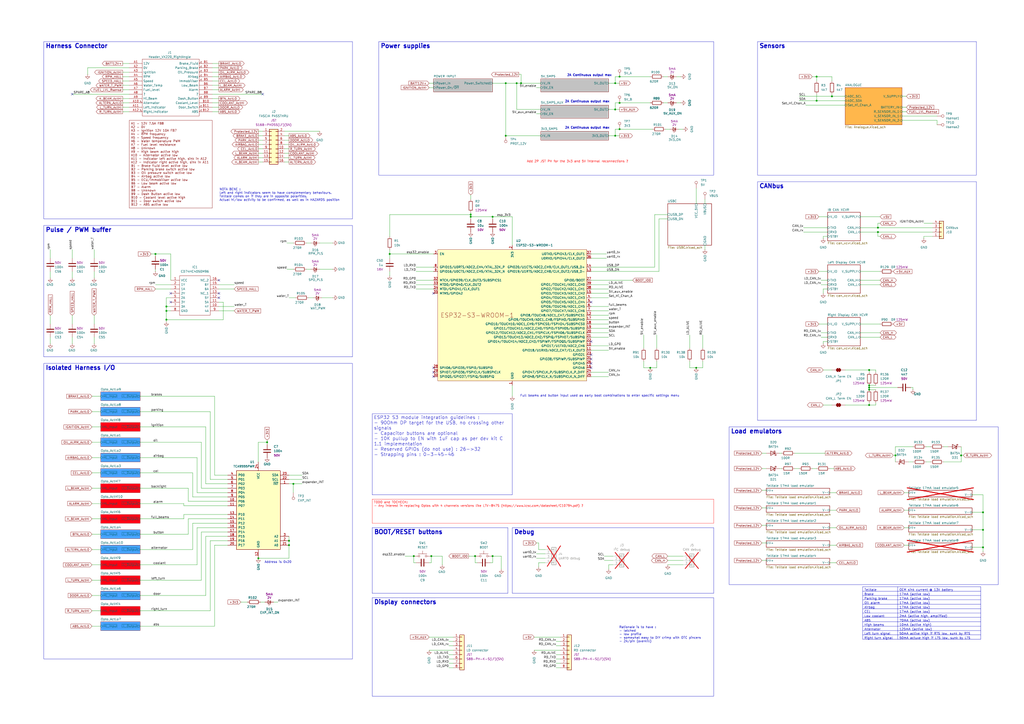
<source format=kicad_sch>
(kicad_sch (version 20250114) (generator "eeschema") (generator_version "9.0")
  (paper "A2")
  (title_block (title "Main architecture") (date "2025-08-10") (rev "${PCB_REV}") (company "Alex Miller & Martin Roger") (comment 1 "https://github.com/martinroger/VXDash") (comment 2 "https://cadlab.io/projects/vxdash"))
  (text "Address is 0x20" (at 161.29 326.136 0) (effects (font (size 1.27 1.27))))
  (text "Full beams and button input used as early boot combinations to enter specific settings menu\n" (at 347.98 229.616 0) (effects (font (size 1.27 1.27))))
  (text "Add 2P JST PH for the 3v3 and 5V internal reconnections ?" (at 335.026 93.726 0) (effects (font (size 1.27 1.27))))
  (text "Rationale is to have :\n- latched\n- low profile\n- somewhat easy to DIY crimp with OTC pincers\n- 2A/pin (overkill)" (at 359.156 368.046 0) (effects (font (size 1.27 1.27)) (justify left)))
  (text "NOTA BENE :\nLeft and right indicators seem to have complementary behaviours. \nTelltale comes on if they are in opposite polarities.\nActual hi/low activity to be confirmed, as well as in HAZARDS position" (at 127.254 113.03 0) (effects (font (size 1.27 1.27)) (justify left)))
  (text "2A Continuous output max" (at 328.93 44.45 0) (effects (font (size 1.27 1.27) (bold yes)) (justify left bottom)))
  (text "2A Continuous output max" (at 327.66 59.69 0) (effects (font (size 1.27 1.27) (bold yes)) (justify left bottom)))
  (text "2A Continuous output max" (at 327.66 74.93 0) (effects (font (size 1.27 1.27) (bold yes)) (justify left bottom)))
  (text_box "Isolated Harness I/O" (at 25.4 210.82 0) (size 179.07 171.45) (margins 0.9525 0.9525 0.9525 0.9525) (effects (font (size 2.5 2.5) (thickness 0.5) (bold yes)) (justify left top)))
  (text_box "Power supplies" (at 219.71 24.13 0) (size 194.31 77.47) (margins 0.9525 0.9525 0.9525 0.9525) (effects (font (size 2.5 2.5) (thickness 0.5) (bold yes)) (justify left top)))
  (text_box "BOOT/RESET buttons" (at 215.9 306.07 0) (size 78.74 38.1) (margins 0.9525 0.9525 0.9525 0.9525) (effects (font (size 2.5 2.5) (thickness 0.5) (bold yes)) (justify left top)))
  (text_box "TODO and TOCHECK: \n- Any interest in replacing Optos with 4 channels versions like LTV-847S (https://www.lcsc.com/datasheet/C10794.pdf) ?" (at 215.9 289.56 0) (size 198.12 13.97) (margins 0.9525 0.9525 0.9525 0.9525) (stroke (width 0) (color 255 4 6 1)) (effects (font (size 1.27 1.27)) (justify left top)))
  (text_box "ESP32 S3 module integration guidelines : \n- 90Ohm DP target for the USB, no crossing other signals\n- Capacitor buttons are optional\n- 10K pullup to EN with 1uF cap as per dev kit C 1.1 implementation\n- Reserved GPIOs (do not use) : 26->32\n- Strapping pins : 0-3-45-46\n" (at 215.9 240.03 0) (size 81.28 46.99) (margins 0.9525 0.9525 0.9525 0.9525) (effects (font (size 1.905 1.905)) (justify left top)))
  (text_box "CANbus" (at 439.42 105.41 0) (size 127 138.43) (margins 0.9525 0.9525 0.9525 0.9525) (effects (font (size 2.5 2.5) (thickness 0.5) (bold yes)) (justify left top)))
  (text_box "Debug" (at 297.18 306.07 0) (size 116.84 38.1) (margins 0.9525 0.9525 0.9525 0.9525) (effects (font (size 2.5 2.5) (thickness 0.5) (bold yes)) (justify left top)))
  (text_box "Harness Connector" (at 25.4 24.13 0) (size 179.07 102.87) (margins 0.9525 0.9525 0.9525 0.9525) (effects (font (size 2.5 2.5) (thickness 0.5) (bold yes)) (justify left top)))
  (text_box "Display connectors" (at 215.9 346.71 0) (size 198.12 57.15) (margins 0.9525 0.9525 0.9525 0.9525) (effects (font (size 2.5 2.5) (thickness 0.5) (bold yes)) (justify left top)))
  (text_box "Load emulators" (at 422.91 247.65 0) (size 156.21 91.44) (margins 0.9525 0.9525 0.9525 0.9525) (effects (font (size 2.5 2.5) (thickness 0.5) (bold yes)) (justify left top)))
  (text_box "Sensors" (at 439.42 24.13 0) (size 127 77.47) (margins 0.9525 0.9525 0.9525 0.9525) (effects (font (size 2.5 2.5) (thickness 0.5) (bold yes)) (justify left top)))
  (text_box "Pulse / PWM buffer" (at 25.4 130.81 0) (size 179.07 76.2) (margins 0.9525 0.9525 0.9525 0.9525) (effects (font (size 2.5 2.5) (thickness 0.5) (bold yes)) (justify left top)))
  (junction (at 570.23 317.5))
  (junction (at 250.19 322.58))
  (junction (at 170.18 280.67))
  (junction (at 504.19 224.79))
  (junction (at 96.52 185.42))
  (junction (at 482.6 55.88))
  (junction (at 240.03 322.58))
  (junction (at 356.87 63.5))
  (junction (at 359.41 74.93))
  (junction (at 359.41 59.69))
  (junction (at 299.72 48.26))
  (junction (at 504.19 234.95))
  (junction (at 285.75 125.73))
  (junction (at 285.75 322.58))
  (junction (at 509.27 134.62))
  (junction (at 356.87 48.26))
  (junction (at 473.71 58.42))
  (junction (at 293.37 48.26))
  (junction (at 167.64 313.69))
  (junction (at 473.71 44.45))
  (junction (at 356.87 78.74))
  (junction (at 504.19 214.63))
  (junction (at 149.86 323.85))
  (junction (at 377.19 213.36))
  (junction (at 509.27 132.08))
  (junction (at 90.17 147.32))
  (junction (at 403.86 213.36))
  (junction (at 519.43 264.16))
  (junction (at 226.06 147.32))
  (junction (at 504.19 223.52))
  (junction (at 570.23 307.34))
  (junction (at 570.23 297.18))
  (junction (at 359.41 44.45))
  (junction (at 273.05 125.73))
  (junction (at 273.05 124.46))
  (junction (at 96.52 177.8))
  (junction (at 96.52 180.34))
  (junction (at 154.94 256.54))
  (junction (at 557.53 264.16))
  (junction (at 167.64 316.23))
  (junction (at 293.37 78.74))
  (junction (at 504.19 226.06))
  (junction (at 302.26 48.26))
  (junction (at 275.59 322.58))
  (no_connect (at 342.9 198.12))
  (no_connect (at 99.06 170.18))
  (no_connect (at 251.46 170.18))
  (no_connect (at 127 162.56))
  (no_connect (at 251.46 213.36))
  (no_connect (at 342.9 175.26))
  (no_connect (at 127 172.72))
  (no_connect (at 152.4 54.61))
  (no_connect (at 251.46 218.44))
  (no_connect (at 127 170.18))
  (no_connect (at 342.9 210.82))
  (no_connect (at 342.9 208.28))
  (no_connect (at 342.9 213.36))
  (no_connect (at 342.9 205.74))
  (no_connect (at 99.06 175.26))
  (no_connect (at 251.46 215.9))
  (no_connect (at 41.91 54.61))
  (wire (pts (xy 373.38 194.31) (xy 373.38 201.93)))
  (wire (pts (xy 463.55 55.88) (xy 482.6 55.88)))
  (wire (pts (xy 165.1 76.2) (xy 185.42 76.2)))
  (wire (pts (xy 481.33 306.07) (xy 485.14 306.07)))
  (wire (pts (xy 81.28 354.33) (xy 121.92 354.33)))
  (wire (pts (xy 311.15 323.85) (xy 316.23 323.85)))
  (wire (pts (xy 273.05 125.73) (xy 285.75 125.73)))
  (wire (pts (xy 557.53 264.16) (xy 558.8 264.16)))
  (wire (pts (xy 463.55 58.42) (xy 473.71 58.42)))
  (wire (pts (xy 114.3 285.75) (xy 114.3 265.43)))
  (wire (pts (xy 116.84 256.54) (xy 116.84 283.21)))
  (wire (pts (xy 353.06 78.74) (xy 356.87 78.74)))
  (wire (pts (xy 149.86 78.74) (xy 152.4 78.74)))
  (wire (pts (xy 453.39 271.78) (xy 452.12 271.78)))
  (wire (pts (xy 226.06 147.32) (xy 251.46 147.32)))
  (wire (pts (xy 313.69 63.5) (xy 299.72 63.5)))
  (wire (pts (xy 302.26 43.18) (xy 302.26 48.26)))
  (wire (pts (xy 71.12 64.77) (xy 74.93 64.77)))
  (wire (pts (xy 260.35 387.35) (xy 262.89 387.35)))
  (wire (pts (xy 441.96 314.96) (xy 444.5 314.96)))
  (wire (pts (xy 132.08 306.07) (xy 114.3 306.07)))
  (wire (pts (xy 527.05 267.97) (xy 529.59 267.97)))
  (wire (pts (xy 81.28 238.76) (xy 121.92 238.76)))
  (wire (pts (xy 165.1 93.98) (xy 167.64 93.98)))
  (wire (pts (xy 53.34 300.99) (xy 58.42 300.99)))
  (wire (pts (xy 302.26 43.18) (xy 300.99 43.18)))
  (wire (pts (xy 476.25 193.04) (xy 480.06 193.04)))
  (wire (pts (xy 127 49.53) (xy 123.19 49.53)))
  (wire (pts (xy 392.43 59.69) (xy 394.97 59.69)))
  (wire (pts (xy 476.25 162.56) (xy 480.06 162.56)))
  (wire (pts (xy 132.08 316.23) (xy 124.46 316.23)))
  (wire (pts (xy 285.75 48.26) (xy 293.37 48.26)))
  (wire (pts (xy 167.64 316.23) (xy 167.64 323.85)))
  (wire (pts (xy 167.64 278.13) (xy 175.26 278.13)))
  (wire (pts (xy 481.33 295.91) (xy 485.14 295.91)))
  (wire (pts (xy 241.3 162.56) (xy 251.46 162.56)))
  (wire (pts (xy 127 180.34) (xy 135.89 180.34)))
  (wire (pts (xy 499.11 125.73) (xy 510.54 125.73)))
  (wire (pts (xy 297.18 125.73) (xy 297.18 142.24)))
  (wire (pts (xy 226.06 147.32) (xy 226.06 149.86)))
  (wire (pts (xy 71.12 44.45) (xy 74.93 44.45)))
  (wire (pts (xy 90.17 165.1) (xy 99.06 165.1)))
  (wire (pts (xy 127 62.23) (xy 123.19 62.23)))
  (wire (pts (xy 127 36.83) (xy 123.19 36.83)))
  (wire (pts (xy 87.63 147.32) (xy 90.17 147.32)))
  (wire (pts (xy 241.3 157.48) (xy 251.46 157.48)))
  (wire (pts (xy 165.1 81.28) (xy 167.64 81.28)))
  (wire (pts (xy 186.69 172.72) (xy 193.04 172.72)))
  (wire (pts (xy 504.19 226.06) (xy 504.19 224.79)))
  (wire (pts (xy 356.87 59.69) (xy 356.87 63.5)))
  (wire (pts (xy 149.86 93.98) (xy 152.4 93.98)))
  (wire (pts (xy 563.88 307.34) (xy 570.23 307.34)))
  (wire (pts (xy 322.58 372.11) (xy 325.12 372.11)))
  (wire (pts (xy 499.11 165.1) (xy 510.54 165.1)))
  (wire (pts (xy 477.52 234.95) (xy 482.6 234.95)))
  (wire (pts (xy 273.05 123.19) (xy 273.05 124.46)))
  (wire (pts (xy 508 223.52) (xy 504.19 223.52)))
  (wire (pts (xy 167.64 313.69) (xy 167.64 316.23)))
  (wire (pts (xy 504.19 214.63) (xy 504.19 215.9)))
  (wire (pts (xy 481.33 285.75) (xy 485.14 285.75)))
  (wire (pts (xy 557.53 267.97) (xy 557.53 264.16)))
  (wire (pts (xy 373.38 209.55) (xy 373.38 213.36)))
  (wire (pts (xy 241.3 167.64) (xy 251.46 167.64)))
  (wire (pts (xy 50.8 39.37) (xy 74.93 39.37)))
  (wire (pts (xy 309.88 377.19) (xy 325.12 377.19)))
  (wire (pts (xy 293.37 48.26) (xy 293.37 78.74)))
  (wire (pts (xy 177.8 140.97) (xy 180.34 140.97)))
  (wire (pts (xy 81.28 247.65) (xy 119.38 247.65)))
  (wire (pts (xy 353.06 63.5) (xy 356.87 63.5)))
  (wire (pts (xy 519.43 259.08) (xy 519.43 264.16)))
  (wire (pts (xy 381 209.55) (xy 381 213.36)))
  (wire (pts (xy 71.12 57.15) (xy 74.93 57.15)))
  (wire (pts (xy 71.12 62.23) (xy 74.93 62.23)))
  (wire (pts (xy 342.9 203.2) (xy 353.06 203.2)))
  (wire (pts (xy 96.52 180.34) (xy 99.06 180.34)))
  (wire (pts (xy 226.06 157.48) (xy 226.06 160.02)))
  (wire (pts (xy 509.27 129.54) (xy 509.27 132.08)))
  (wire (pts (xy 356.87 74.93) (xy 359.41 74.93)))
  (wire (pts (xy 381 194.31) (xy 381 201.93)))
  (wire (pts (xy 528.32 224.79) (xy 529.59 224.79)))
  (wire (pts (xy 400.05 209.55) (xy 400.05 213.36)))
  (wire (pts (xy 477.52 137.16) (xy 477.52 138.43)))
  (wire (pts (xy 53.34 283.21) (xy 58.42 283.21)))
  (wire (pts (xy 54.61 195.58) (xy 54.61 199.39)))
  (wire (pts (xy 342.9 149.86) (xy 351.79 149.86)))
  (wire (pts (xy 379.73 154.94) (xy 342.9 154.94)))
  (wire (pts (xy 260.35 372.11) (xy 262.89 372.11)))
  (wire (pts (xy 71.12 41.91) (xy 74.93 41.91)))
  (wire (pts (xy 570.23 287.02) (xy 570.23 297.18)))
  (wire (pts (xy 482.6 55.88) (xy 490.22 55.88)))
  (wire (pts (xy 312.42 318.77) (xy 316.23 318.77)))
  (wire (pts (xy 275.59 326.39) (xy 275.59 322.58)))
  (wire (pts (xy 441.96 284.48) (xy 444.5 284.48)))
  (wire (pts (xy 71.12 36.83) (xy 74.93 36.83)))
  (wire (pts (xy 382.27 127) (xy 382.27 157.48)))
  (wire (pts (xy 509.27 134.62) (xy 499.11 134.62)))
  (wire (pts (xy 121.92 278.13) (xy 132.08 278.13)))
  (wire (pts (xy 499.11 193.04) (xy 510.54 193.04)))
  (wire (pts (xy 444.5 262.89) (xy 441.96 262.89)))
  (wire (pts (xy 535.94 137.16) (xy 535.94 138.43)))
  (wire (pts (xy 81.28 256.54) (xy 116.84 256.54)))
  (wire (pts (xy 480.06 137.16) (xy 477.52 137.16)))
  (wire (pts (xy 248.92 50.8) (xy 251.46 50.8)))
  (wire (pts (xy 322.58 379.73) (xy 325.12 379.73)))
  (wire (pts (xy 53.34 354.33) (xy 58.42 354.33)))
  (wire (pts (xy 342.9 187.96) (xy 353.06 187.96)))
  (wire (pts (xy 379.73 124.46) (xy 379.73 154.94)))
  (wire (pts (xy 342.9 180.34) (xy 353.06 180.34)))
  (wire (pts (xy 499.11 162.56) (xy 510.54 162.56)))
  (wire (pts (xy 167.64 311.15) (xy 167.64 313.69)))
  (wire (pts (xy 403.86 109.22) (xy 403.86 118.11)))
  (wire (pts (xy 524.51 306.07) (xy 527.05 306.07)))
  (wire (pts (xy 350.52 322.58) (xy 355.6 322.58)))
  (wire (pts (xy 29.21 195.58) (xy 29.21 199.39)))
  (wire (pts (xy 547.37 259.08) (xy 549.91 259.08)))
  (wire (pts (xy 384.81 59.69) (xy 387.35 59.69)))
  (wire (pts (xy 132.08 313.69) (xy 121.92 313.69)))
  (wire (pts (xy 342.9 172.72) (xy 353.06 172.72)))
  (wire (pts (xy 50.8 43.18) (xy 50.8 39.37)))
  (wire (pts (xy 273.05 124.46) (xy 273.05 125.73)))
  (wire (pts (xy 342.9 200.66) (xy 353.06 200.66)))
  (wire (pts (xy 81.28 292.1) (xy 106.68 292.1)))
  (wire (pts (xy 547.37 267.97) (xy 557.53 267.97)))
  (wire (pts (xy 293.37 78.74) (xy 313.69 78.74)))
  (wire (pts (xy 356.87 44.45) (xy 359.41 44.45)))
  (wire (pts (xy 81.28 318.77) (xy 111.76 318.77)))
  (wire (pts (xy 111.76 274.32) (xy 111.76 288.29)))
  (wire (pts (xy 373.38 213.36) (xy 377.19 213.36)))
  (wire (pts (xy 481.33 271.78) (xy 483.87 271.78)))
  (wire (pts (xy 127 44.45) (xy 123.19 44.45)))
  (wire (pts (xy 387.35 322.58) (xy 396.24 322.58)))
  (wire (pts (xy 509.27 132.08) (xy 499.11 132.08)))
  (wire (pts (xy 41.91 144.78) (xy 41.91 149.86)))
  (wire (pts (xy 570.23 307.34) (xy 570.23 317.5)))
  (wire (pts (xy 29.21 157.48) (xy 29.21 161.29)))
  (wire (pts (xy 481.33 326.39) (xy 485.14 326.39)))
  (wire (pts (xy 387.35 327.66) (xy 396.24 327.66)))
  (wire (pts (xy 509.27 137.16) (xy 509.27 134.62)))
  (wire (pts (xy 302.26 48.26) (xy 313.69 48.26)))
  (wire (pts (xy 132.08 290.83) (xy 109.22 290.83)))
  (wire (pts (xy 504.19 224.79) (xy 520.7 224.79)))
  (wire (pts (xy 81.28 327.66) (xy 114.3 327.66)))
  (wire (pts (xy 474.98 157.48) (xy 480.06 157.48)))
  (wire (pts (xy 234.95 322.58) (xy 240.03 322.58)))
  (wire (pts (xy 250.19 326.39) (xy 250.19 322.58)))
  (wire (pts (xy 477.52 167.64) (xy 477.52 170.18)))
  (wire (pts (xy 226.06 124.46) (xy 226.06 137.16)))
  (wire (pts (xy 537.21 267.97) (xy 539.75 267.97)))
  (wire (pts (xy 309.88 369.57) (xy 325.12 369.57)))
  (wire (pts (xy 509.27 129.54) (xy 510.54 129.54)))
  (wire (pts (xy 114.3 306.07) (xy 114.3 327.66)))
  (wire (pts (xy 96.52 186.69) (xy 96.52 185.42)))
  (wire (pts (xy 129.54 185.42) (xy 96.52 185.42)))
  (wire (pts (xy 407.67 213.36) (xy 403.86 213.36)))
  (wire (pts (xy 356.87 59.69) (xy 359.41 59.69)))
  (wire (pts (xy 356.87 74.93) (xy 356.87 78.74)))
  (wire (pts (xy 276.86 326.39) (xy 275.59 326.39)))
  (wire (pts (xy 121.92 278.13) (xy 121.92 238.76)))
  (wire (pts (xy 353.06 327.66) (xy 353.06 330.2)))
  (wire (pts (xy 71.12 49.53) (xy 74.93 49.53)))
  (wire (pts (xy 248.92 326.39) (xy 250.19 326.39)))
  (wire (pts (xy 165.1 78.74) (xy 167.64 78.74)))
  (wire (pts (xy 90.17 167.64) (xy 99.06 167.64)))
  (wire (pts (xy 359.41 59.69) (xy 377.19 59.69)))
  (wire (pts (xy 408.94 142.24) (xy 408.94 144.78)))
  (wire (pts (xy 523.24 64.77) (xy 525.78 64.77)))
  (wire (pts (xy 563.88 317.5) (xy 570.23 317.5)))
  (wire (pts (xy 342.9 182.88) (xy 353.06 182.88)))
  (wire (pts (xy 53.34 274.32) (xy 58.42 274.32)))
  (wire (pts (xy 322.58 384.81) (xy 325.12 384.81)))
  (wire (pts (xy 508 215.9) (xy 508 214.63)))
  (wire (pts (xy 285.75 125.73) (xy 297.18 125.73)))
  (wire (pts (xy 54.61 144.78) (xy 54.61 149.86)))
  (wire (pts (xy 342.9 218.44) (xy 353.06 218.44)))
  (wire (pts (xy 132.08 293.37) (xy 106.68 293.37)))
  (wire (pts (xy 466.09 132.08) (xy 480.06 132.08)))
  (wire (pts (xy 563.88 287.02) (xy 570.23 287.02)))
  (wire (pts (xy 529.59 224.79) (xy 529.59 226.06)))
  (wire (pts (xy 480.06 198.12) (xy 477.52 198.12)))
  (wire (pts (xy 241.3 165.1) (xy 251.46 165.1)))
  (wire (pts (xy 106.68 293.37) (xy 106.68 292.1)))
  (wire (pts (xy 132.08 280.67) (xy 119.38 280.67)))
  (wire (pts (xy 473.71 58.42) (xy 490.22 58.42)))
  (wire (pts (xy 127 175.26) (xy 129.54 175.26)))
  (wire (pts (xy 58.42 238.76) (xy 53.34 238.76)))
  (wire (pts (xy 508 226.06) (xy 504.19 226.06)))
  (wire (pts (xy 90.17 147.32) (xy 90.17 148.59)))
  (wire (pts (xy 481.33 316.23) (xy 485.14 316.23)))
  (wire (pts (xy 311.15 321.31) (xy 316.23 321.31)))
  (wire (pts (xy 127 41.91) (xy 123.19 41.91)))
  (wire (pts (xy 99.06 177.8) (xy 96.52 177.8)))
  (wire (pts (xy 149.86 88.9) (xy 152.4 88.9)))
  (wire (pts (xy 71.12 46.99) (xy 74.93 46.99)))
  (wire (pts (xy 499.11 157.48) (xy 510.54 157.48)))
  (wire (pts (xy 149.86 256.54) (xy 154.94 256.54)))
  (wire (pts (xy 158.75 349.25) (xy 161.29 349.25)))
  (wire (pts (xy 165.1 91.44) (xy 167.64 91.44)))
  (wire (pts (xy 350.52 325.12) (xy 355.6 325.12)))
  (wire (pts (xy 81.28 345.44) (xy 119.38 345.44)))
  (wire (pts (xy 322.58 387.35) (xy 325.12 387.35)))
  (wire (pts (xy 524.51 295.91) (xy 527.05 295.91)))
  (wire (pts (xy 260.35 379.73) (xy 262.89 379.73)))
  (wire (pts (xy 356.87 44.45) (xy 356.87 48.26)))
  (wire (pts (xy 149.86 83.82) (xy 152.4 83.82)))
  (wire (pts (xy 356.87 63.5) (xy 359.41 63.5)))
  (wire (pts (xy 149.86 323.85) (xy 167.64 323.85)))
  (wire (pts (xy 81.28 265.43) (xy 114.3 265.43)))
  (wire (pts (xy 519.43 264.16) (xy 519.43 267.97)))
  (wire (pts (xy 123.19 64.77) (xy 127 64.77)))
  (wire (pts (xy 441.96 294.64) (xy 444.5 294.64)))
  (wire (pts (xy 285.75 125.73) (xy 285.75 127)))
  (wire (pts (xy 123.19 54.61) (xy 152.4 54.61)))
  (wire (pts (xy 81.28 336.55) (xy 116.84 336.55)))
  (wire (pts (xy 342.9 193.04) (xy 353.06 193.04)))
  (wire (pts (xy 41.91 157.48) (xy 41.91 161.29)))
  (wire (pts (xy 359.41 74.93) (xy 378.46 74.93)))
  (wire (pts (xy 121.92 354.33) (xy 121.92 313.69)))
  (wire (pts (xy 81.28 229.87) (xy 124.46 229.87)))
  (wire (pts (xy 226.06 124.46) (xy 273.05 124.46)))
  (wire (pts (xy 127 46.99) (xy 123.19 46.99)))
  (wire (pts (xy 523.24 67.31) (xy 543.56 67.31)))
  (wire (pts (xy 299.72 48.26) (xy 302.26 48.26)))
  (wire (pts (xy 463.55 271.78) (xy 461.01 271.78)))
  (wire (pts (xy 111.76 318.77) (xy 111.76 303.53)))
  (wire (pts (xy 290.83 322.58) (xy 285.75 322.58)))
  (wire (pts (xy 166.37 156.21) (xy 170.18 156.21)))
  (wire (pts (xy 53.34 256.54) (xy 58.42 256.54)))
  (wire (pts (xy 543.56 69.85) (xy 543.56 72.39)))
  (wire (pts (xy 116.84 336.55) (xy 116.84 308.61)))
  (wire (pts (xy 248.92 377.19) (xy 262.89 377.19)))
  (wire (pts (xy 524.51 316.23) (xy 527.05 316.23)))
  (wire (pts (xy 342.9 185.42) (xy 353.06 185.42)))
  (wire (pts (xy 124.46 275.59) (xy 124.46 229.87)))
  (wire (pts (xy 132.08 275.59) (xy 124.46 275.59)))
  (wire (pts (xy 127 39.37) (xy 123.19 39.37)))
  (wire (pts (xy 482.6 46.99) (xy 482.6 44.45)))
  (wire (pts (xy 54.61 157.48) (xy 54.61 161.29)))
  (wire (pts (xy 119.38 311.15) (xy 119.38 345.44)))
  (wire (pts (xy 523.24 55.88) (xy 525.78 55.88)))
  (wire (pts (xy 299.72 63.5) (xy 299.72 48.26)))
  (wire (pts (xy 359.41 44.45) (xy 377.19 44.45)))
  (wire (pts (xy 499.11 195.58) (xy 510.54 195.58)))
  (wire (pts (xy 407.67 194.31) (xy 407.67 201.93)))
  (wire (pts (xy 167.64 172.72) (xy 171.45 172.72)))
  (wire (pts (xy 109.22 300.99) (xy 132.08 300.99)))
  (wire (pts (xy 96.52 177.8) (xy 96.52 180.34)))
  (wire (pts (xy 53.34 309.88) (xy 58.42 309.88)))
  (wire (pts (xy 149.86 81.28) (xy 152.4 81.28)))
  (wire (pts (xy 355.6 327.66) (xy 353.06 327.66)))
  (wire (pts (xy 400.05 194.31) (xy 400.05 201.93)))
  (wire (pts (xy 379.73 124.46) (xy 387.35 124.46)))
  (wire (pts (xy 342.9 190.5) (xy 353.06 190.5)))
  (wire (pts (xy 461.01 262.89) (xy 478.79 262.89)))
  (wire (pts (xy 284.48 326.39) (xy 285.75 326.39)))
  (wire (pts (xy 149.86 86.36) (xy 152.4 86.36)))
  (wire (pts (xy 312.42 326.39) (xy 312.42 328.93)))
  (wire (pts (xy 127 165.1) (xy 135.89 165.1)))
  (wire (pts (xy 529.59 259.08) (xy 519.43 259.08)))
  (wire (pts (xy 499.11 187.96) (xy 510.54 187.96)))
  (wire (pts (xy 179.07 172.72) (xy 181.61 172.72)))
  (wire (pts (xy 53.34 292.1) (xy 58.42 292.1)))
  (wire (pts (xy 471.17 271.78) (xy 473.71 271.78)))
  (wire (pts (xy 132.08 308.61) (xy 116.84 308.61)))
  (wire (pts (xy 541.02 129.54) (xy 535.94 129.54)))
  (wire (pts (xy 518.16 264.16) (xy 519.43 264.16)))
  (wire (pts (xy 342.9 165.1) (xy 353.06 165.1)))
  (wire (pts (xy 407.67 209.55) (xy 407.67 213.36)))
  (wire (pts (xy 290.83 322.58) (xy 290.83 330.2)))
  (wire (pts (xy 342.9 147.32) (xy 351.79 147.32)))
  (wire (pts (xy 504.19 234.95) (xy 490.22 234.95)))
  (wire (pts (xy 226.06 144.78) (xy 226.06 147.32)))
  (wire (pts (xy 54.61 182.88) (xy 54.61 187.96)))
  (wire (pts (xy 106.68 298.45) (xy 106.68 300.99)))
  (wire (pts (xy 452.12 262.89) (xy 453.39 262.89)))
  (wire (pts (xy 53.34 336.55) (xy 58.42 336.55)))
  (wire (pts (xy 271.78 322.58) (xy 275.59 322.58)))
  (wire (pts (xy 473.71 44.45) (xy 473.71 46.99)))
  (wire (pts (xy 53.34 265.43) (xy 58.42 265.43)))
  (wire (pts (xy 504.19 223.52) (xy 504.19 224.79)))
  (wire (pts (xy 509.27 137.16) (xy 510.54 137.16)))
  (wire (pts (xy 473.71 54.61) (xy 473.71 58.42)))
  (wire (pts (xy 570.23 297.18) (xy 570.23 307.34)))
  (wire (pts (xy 29.21 182.88) (xy 29.21 187.96)))
  (wire (pts (xy 474.98 125.73) (xy 480.06 125.73)))
  (wire (pts (xy 96.52 172.72) (xy 96.52 177.8)))
  (wire (pts (xy 149.86 267.97) (xy 149.86 256.54)))
  (wire (pts (xy 441.96 325.12) (xy 444.5 325.12)))
  (wire (pts (xy 119.38 280.67) (xy 119.38 247.65)))
  (wire (pts (xy 476.25 195.58) (xy 480.06 195.58)))
  (wire (pts (xy 311.15 314.96) (xy 312.42 314.96)))
  (wire (pts (xy 53.34 363.22) (xy 58.42 363.22)))
  (wire (pts (xy 312.42 314.96) (xy 312.42 318.77)))
  (wire (pts (xy 477.52 198.12) (xy 477.52 199.39)))
  (wire (pts (xy 127 57.15) (xy 123.19 57.15)))
  (wire (pts (xy 311.15 66.04) (xy 313.69 66.04)))
  (wire (pts (xy 90.17 157.48) (xy 90.17 156.21)))
  (wire (pts (xy 170.18 280.67) (xy 175.26 280.67)))
  (wire (pts (xy 356.87 48.26) (xy 359.41 48.26)))
  (wire (pts (xy 116.84 283.21) (xy 132.08 283.21)))
  (wire (pts (xy 241.3 154.94) (xy 251.46 154.94)))
  (wire (pts (xy 392.43 44.45) (xy 394.97 44.45)))
  (wire (pts (xy 356.87 78.74) (xy 359.41 78.74)))
  (wire (pts (xy 81.28 274.32) (xy 111.76 274.32)))
  (wire (pts (xy 109.22 309.88) (xy 109.22 300.99)))
  (wire (pts (xy 260.35 374.65) (xy 262.89 374.65)))
  (wire (pts (xy 477.52 214.63) (xy 482.6 214.63)))
  (wire (pts (xy 149.86 76.2) (xy 152.4 76.2)))
  (wire (pts (xy 81.28 309.88) (xy 109.22 309.88)))
  (wire (pts (xy 386.08 74.93) (xy 388.62 74.93)))
  (wire (pts (xy 260.35 384.81) (xy 262.89 384.81)))
  (wire (pts (xy 508 233.68) (xy 508 234.95)))
  (wire (pts (xy 41.91 195.58) (xy 41.91 199.39)))
  (wire (pts (xy 53.34 327.66) (xy 58.42 327.66)))
  (wire (pts (xy 260.35 382.27) (xy 262.89 382.27)))
  (wire (pts (xy 400.05 213.36) (xy 403.86 213.36)))
  (wire (pts (xy 293.37 48.26) (xy 299.72 48.26)))
  (wire (pts (xy 139.7 349.25) (xy 143.51 349.25)))
  (wire (pts (xy 297.18 223.52) (xy 297.18 229.87)))
  (wire (pts (xy 490.22 214.63) (xy 504.19 214.63)))
  (wire (pts (xy 41.91 182.88) (xy 41.91 187.96)))
  (wire (pts (xy 509.27 132.08) (xy 541.02 132.08)))
  (wire (pts (xy 342.9 177.8) (xy 353.06 177.8)))
  (wire (pts (xy 149.86 91.44) (xy 152.4 91.44)))
  (wire (pts (xy 387.35 325.12) (xy 396.24 325.12)))
  (wire (pts (xy 273.05 113.03) (xy 273.05 115.57)))
  (wire (pts (xy 132.08 311.15) (xy 119.38 311.15)))
  (wire (pts (xy 109.22 283.21) (xy 109.22 290.83)))
  (wire (pts (xy 167.64 275.59) (xy 175.26 275.59)))
  (wire (pts (xy 471.17 44.45) (xy 473.71 44.45)))
  (wire (pts (xy 273.05 125.73) (xy 273.05 127)))
  (wire (pts (xy 342.9 162.56) (xy 367.03 162.56)))
  (wire (pts (xy 127 52.07) (xy 123.19 52.07)))
  (wire (pts (xy 111.76 288.29) (xy 132.08 288.29)))
  (wire (pts (xy 185.42 156.21) (xy 193.04 156.21)))
  (wire (pts (xy 124.46 316.23) (xy 124.46 363.22)))
  (wire (pts (xy 466.09 134.62) (xy 480.06 134.62)))
  (wire (pts (xy 353.06 170.18) (xy 342.9 170.18)))
  (wire (pts (xy 165.1 86.36) (xy 167.64 86.36)))
  (wire (pts (xy 467.36 60.96) (xy 490.22 60.96)))
  (wire (pts (xy 81.28 283.21) (xy 109.22 283.21)))
  (wire (pts (xy 444.5 271.78) (xy 441.96 271.78)))
  (wire (pts (xy 170.18 280.67) (xy 170.18 285.75)))
  (wire (pts (xy 342.9 195.58) (xy 353.06 195.58)))
  (wire (pts (xy 240.03 322.58) (xy 240.03 326.39)))
  (wire (pts (xy 393.7 74.93) (xy 396.24 74.93)))
  (wire (pts (xy 53.34 247.65) (xy 58.42 247.65)))
  (wire (pts (xy 248.92 369.57) (xy 262.89 369.57)))
  (wire (pts (xy 129.54 175.26) (xy 129.54 185.42)))
  (wire (pts (xy 541.02 137.16) (xy 535.94 137.16)))
  (wire (pts (xy 151.13 349.25) (xy 153.67 349.25)))
  (wire (pts (xy 557.53 264.16) (xy 557.53 259.08)))
  (wire (pts (xy 382.27 127) (xy 387.35 127)))
  (wire (pts (xy 185.42 140.97) (xy 193.04 140.97)))
  (wire (pts (xy 58.42 229.87) (xy 53.34 229.87)))
  (wire (pts (xy 127 177.8) (xy 135.89 177.8)))
  (wire (pts (xy 127 167.64) (xy 135.89 167.64)))
  (wire (pts (xy 523.24 62.23) (xy 525.78 62.23)))
  (wire (pts (xy 504.19 233.68) (xy 504.19 234.95)))
  (wire (pts (xy 508 214.63) (xy 504.19 214.63)))
  (wire (pts (xy 311.15 50.8) (xy 313.69 50.8)))
  (wire (pts (xy 132.08 298.45) (xy 106.68 298.45)))
  (wire (pts (xy 154.94 255.27) (xy 154.94 256.54)))
  (wire (pts (xy 353.06 48.26) (xy 356.87 48.26)))
  (wire (pts (xy 441.96 304.8) (xy 444.5 304.8)))
  (wire (pts (xy 474.98 187.96) (xy 480.06 187.96)))
  (wire (pts (xy 154.94 256.54) (xy 154.94 257.81)))
  (wire (pts (xy 81.28 300.99) (xy 106.68 300.99)))
  (wire (pts (xy 81.28 363.22) (xy 124.46 363.22)))
  (wire (pts (xy 166.37 140.97) (xy 170.18 140.97)))
  (wire (pts (xy 285.75 326.39) (xy 285.75 322.58)))
  (wire (pts (xy 408.94 115.57) (xy 408.94 118.11)))
  (wire (pts (xy 241.3 326.39) (xy 240.03 326.39)))
  (wire (pts (xy 509.27 134.62) (xy 541.02 134.62)))
  (wire (pts (xy 127 59.69) (xy 123.19 59.69)))
  (wire (pts (xy 570.23 317.5) (xy 570.23 320.04)))
  (wire (pts (xy 71.12 52.07) (xy 74.93 52.07)))
  (wire (pts (xy 322.58 374.65) (xy 325.12 374.65)))
  (wire (pts (xy 248.92 48.26) (xy 251.46 48.26)))
  (wire (pts (xy 473.71 44.45) (xy 482.6 44.45)))
  (wire (pts (xy 476.25 165.1) (xy 480.06 165.1)))
  (wire (pts (xy 71.12 59.69) (xy 74.93 59.69)))
  (wire (pts (xy 165.1 88.9) (xy 167.64 88.9)))
  (wire (pts (xy 381 213.36) (xy 377.19 213.36)))
  (wire (pts (xy 111.76 303.53) (xy 132.08 303.53)))
  (wire (pts (xy 312.42 326.39) (xy 316.23 326.39)))
  (wire (pts (xy 537.21 259.08) (xy 539.75 259.08)))
  (wire (pts (xy 382.27 157.48) (xy 342.9 157.48)))
  (wire (pts (xy 250.19 322.58) (xy 256.54 322.58)))
  (wire (pts (xy 563.88 297.18) (xy 570.23 297.18)))
  (wire (pts (xy 90.17 147.32) (xy 99.06 147.32)))
  (wire (pts (xy 508 234.95) (xy 504.19 234.95)))
  (wire (pts (xy 53.34 345.44) (xy 58.42 345.44)))
  (wire (pts (xy 524.51 285.75) (xy 527.05 285.75)))
  (wire (pts (xy 177.8 156.21) (xy 180.34 156.21)))
  (wire (pts (xy 99.06 172.72) (xy 96.52 172.72)))
  (wire (pts (xy 165.1 83.82) (xy 167.64 83.82)))
  (wire (pts (xy 96.52 180.34) (xy 96.52 185.42)))
  (wire (pts (xy 384.81 44.45) (xy 387.35 44.45)))
  (wire (pts (xy 342.9 215.9) (xy 353.06 215.9)))
  (wire (pts (xy 322.58 382.27) (xy 325.12 382.27)))
  (wire (pts (xy 29.21 144.78) (xy 29.21 149.86)))
  (wire (pts (xy 256.54 322.58) (xy 256.54 327.66)))
  (wire (pts (xy 99.06 147.32) (xy 99.06 162.56)))
  (wire (pts (xy 342.9 167.64) (xy 353.06 167.64)))
  (wire (pts (xy 167.64 280.67) (xy 170.18 280.67)))
  (wire (pts (xy 132.08 285.75) (xy 114.3 285.75)))
  (wire (pts (xy 58.42 318.77) (xy 53.34 318.77)))
  (wire (pts (xy 482.6 54.61) (xy 482.6 55.88)))
  (wire (pts (xy 480.06 167.64) (xy 477.52 167.64)))
  (wire (pts (xy 41.91 54.61) (xy 74.93 54.61)))
  (wire (pts (xy 523.24 69.85) (xy 543.56 69.85)))
  (table (column_count 2) (border (external yes) (header yes) (stroke (width 0.0254))) (separators (rows yes) (cols yes) (stroke (width 0.0254))) (column_widths 20.32 48.26) (row_heights 2.54 2.54 2.54 2.54 2.54 2.54 2.54 2.54 2.54 2.54 2.54 2.54) (cells (table_cell "Telltale" (at 500.38 340.36 0) (size 20.32 2.54) (margins 0.9525 0.9525 0.9525 0.9525) (span 1 1)) (table_cell "OEM sink current @ 13V battery" (at 520.7 340.36 0) (size 48.26 2.54) (margins 0.9525 0.9525 0.9525 0.9525) (span 1 1)) (table_cell "Brake" (at 500.38 342.9 0) (size 20.32 2.54) (margins 0.9525 0.9525 0.9525 0.9525) (span 1 1)) (table_cell "17mA (active low)" (at 520.7 342.9 0) (size 48.26 2.54) (margins 0.9525 0.9525 0.9525 0.9525) (span 1 1)) (table_cell "Parking brake" (at 500.38 345.44 0) (size 20.32 2.54) (margins 0.9525 0.9525 0.9525 0.9525) (span 1 1)) (table_cell "17mA (active low)" (at 520.7 345.44 0) (size 48.26 2.54) (margins 0.9525 0.9525 0.9525 0.9525) (span 1 1)) (table_cell "Oil alarm" (at 500.38 347.98 0) (size 20.32 2.54) (margins 0.9525 0.9525 0.9525 0.9525) (span 1 1)) (table_cell "17mA (active low)" (at 520.7 347.98 0) (size 48.26 2.54) (margins 0.9525 0.9525 0.9525 0.9525) (span 1 1)) (table_cell "Airbag" (at 500.38 350.52 0) (size 20.32 2.54) (margins 0.9525 0.9525 0.9525 0.9525) (span 1 1)) (table_cell "17mA (active low)" (at 520.7 350.52 0) (size 48.26 2.54) (margins 0.9525 0.9525 0.9525 0.9525) (span 1 1)) (table_cell "CEL" (at 500.38 353.06 0) (size 20.32 2.54) (margins 0.9525 0.9525 0.9525 0.9525) (span 1 1)) (table_cell "17mA (active low)" (at 520.7 353.06 0) (size 48.26 2.54) (margins 0.9525 0.9525 0.9525 0.9525) (span 1 1)) (table_cell "Low coolant" (at 500.38 355.6 0) (size 20.32 2.54) (margins 0.9525 0.9525 0.9525 0.9525) (span 1 1)) (table_cell "2mA (active high, amplified)" (at 520.7 355.6 0) (size 48.26 2.54) (margins 0.9525 0.9525 0.9525 0.9525) (span 1 1)) (table_cell "ABS" (at 500.38 358.14 0) (size 20.32 2.54) (margins 0.9525 0.9525 0.9525 0.9525) (span 1 1)) (table_cell "70mA (active low)" (at 520.7 358.14 0) (size 48.26 2.54) (margins 0.9525 0.9525 0.9525 0.9525) (span 1 1)) (table_cell "High beams" (at 500.38 360.68 0) (size 20.32 2.54) (margins 0.9525 0.9525 0.9525 0.9525) (span 1 1)) (table_cell "10mA (active high)" (at 520.7 360.68 0) (size 48.26 2.54) (margins 0.9525 0.9525 0.9525 0.9525) (span 1 1)) (table_cell "Alternator" (at 500.38 363.22 0) (size 20.32 2.54) (margins 0.9525 0.9525 0.9525 0.9525) (span 1 1)) (table_cell "125mA (active low)" (at 520.7 363.22 0) (size 48.26 2.54) (margins 0.9525 0.9525 0.9525 0.9525) (span 1 1)) (table_cell "Left turn signal" (at 500.38 365.76 0) (size 20.32 2.54) (margins 0.9525 0.9525 0.9525 0.9525) (span 1 1)) (table_cell "50mA active high if RTS low, sunk by RTS" (at 520.7 365.76 0) (size 48.26 2.54) (margins 0.9525 0.9525 0.9525 0.9525) (span 1 1)) (table_cell "Right turn signal" (at 500.38 368.3 0) (size 20.32 2.54) (margins 0.9525 0.9525 0.9525 0.9525) (span 1 1)) (table_cell "50mA actuve high if LTS low, sunk by LTS" (at 520.7 368.3 0) (size 48.26 2.54) (margins 0.9525 0.9525 0.9525 0.9525) (span 1 1))))
  (label "speed" (at 135.89 165.1 0))
  (label "button" (at 353.06 187.96 0))
  (label "LD_RXD" (at 260.35 384.81 180))
  (label "LD_TXD" (at 260.35 382.27 180))
  (label "rpm" (at 29.21 144.78 90))
  (label "USB_DN" (at 351.79 157.48 0))
  (label "rpm" (at 166.37 140.97 180))
  (label "5V_aux_enable" (at 353.06 170.18 0))
  (label "RD_CAN_tx" (at 322.58 372.11 180))
  (label "uart0_rx" (at 311.15 323.85 180))
  (label "speed" (at 353.06 185.42 0))
  (label "LD_GP0" (at 353.06 200.66 0))
  (label "SCL" (at 353.06 195.58 0))
  (label "airbag" (at 88.9 265.43 0))
  (label "parking" (at 87.63 238.76 0))
  (label "speed" (at 41.91 144.78 90))
  (label "RD_CAN_tx" (at 476.25 193.04 180))
  (label "RD_RXD" (at 241.3 165.1 180))
  (label "SPARE_B8" (at 142.24 54.61 0))
  (label "full_beams" (at 353.06 177.8 0))
  (label "5V_enable" (at 373.38 194.31 90))
  (label "water_T" (at 54.61 144.78 90))
  (label "abs" (at 88.9 363.22 0))
  (label "LD_CAN_rx" (at 260.35 374.65 180))
  (label "RD_RXD" (at 322.58 384.81 180))
  (label "alarm" (at 88.9 292.1 0))
  (label "door" (at 88.9 345.44 0))
  (label "5V_aux_enable" (at 311.15 66.04 180))
  (label "SCL" (at 175.26 278.13 0))
  (label "RD_ALIVE" (at 322.58 379.73 180))
  (label "RD_ALIVE" (at 353.06 167.64 0))
  (label "expander_INT" (at 175.26 280.67 0))
  (label "LD_CAN_tx" (at 260.35 372.11 180))
  (label "speed" (at 166.37 156.21 180))
  (label "LD_TXD" (at 241.3 157.48 180))
  (label "IGNITION_ActHI" (at 535.94 129.54 180))
  (label "CAN_rx" (at 353.06 215.9 0))
  (label "uart0_rx" (at 351.79 149.86 0))
  (label "button" (at 88.9 309.88 0))
  (label "5V_enable" (at 311.15 50.8 180))
  (label "full_beams" (at 87.63 300.99 0))
  (label "RD_GP0" (at 241.3 162.56 180))
  (label "5V_aux_enable" (at 381 194.31 90))
  (label "LD_GP0" (at 260.35 387.35 180))
  (label "esp32_enable" (at 248.92 147.32 180))
  (label "expander_INT" (at 353.06 190.5 0))
  (label "5V_enable" (at 353.06 203.2 0))
  (label "RD_GP0" (at 322.58 387.35 180))
  (label "USB_DP" (at 351.79 154.94 0))
  (label "esp32_enable" (at 234.95 322.58 180))
  (label "esp_3V3" (at 288.29 125.73 0) (effects (font (thickness 0.1588))))
  (label "SDA" (at 463.55 58.42 0))
  (label "right_turn" (at 87.63 354.33 0))
  (label "left_turn" (at 87.63 336.55 0))
  (label "CAN_tx" (at 466.09 132.08 180))
  (label "water_T" (at 353.06 180.34 0))
  (label "LD_CAN_tx" (at 476.25 162.56 180))
  (label "LD_ALIVE" (at 400.05 194.31 90))
  (label "backlight" (at 87.63 283.21 0))
  (label "RD_CAN_rx" (at 322.58 374.65 180))
  (label "cel" (at 88.9 274.32 0))
  (label "SDA" (at 350.52 325.12 180))
  (label "uart0_tx" (at 311.15 321.31 180))
  (label "rpm" (at 90.17 165.1 180))
  (label "expander_INT" (at 161.29 349.25 0))
  (label "SPARE_A8" (at 52.07 54.61 180))
  (label "rpm" (at 353.06 182.88 0))
  (label "SDA" (at 175.26 275.59 0))
  (label "LD_ALIVE" (at 353.06 165.1 0))
  (label "water_T" (at 135.89 177.8 0))
  (label "SDA" (at 353.06 193.04 0))
  (label "alternator" (at 87.63 318.77 0))
  (label "coolant" (at 88.9 327.66 0))
  (label "water_T" (at 167.64 172.72 180))
  (label "LD_CAN_rx" (at 476.25 165.1 180))
  (label "LD_ALIVE" (at 260.35 379.73 180))
  (label "Set_Hi_Chan_A" (at 353.06 172.72 0))
  (label "RD_TXD" (at 241.3 167.64 180))
  (label "CAN_tx" (at 353.06 218.44 0))
  (label "SCL" (at 350.52 322.58 180))
  (label "RD_CAN_rx" (at 476.25 195.58 180))
  (label "ignition" (at 87.63 247.65 0))
  (label "uart0_tx" (at 351.79 147.32 0))
  (label "brakes" (at 87.63 229.87 0))
  (label "RD_ALIVE" (at 407.67 194.31 90))
  (label "oil" (at 88.9 256.54 0))
  (label "Set_Hi_Chan_A" (at 467.36 60.96 180))
  (label "CAN_rx" (at 466.09 134.62 180))
  (label "LD_RXD" (at 241.3 154.94 180))
  (label "SCL" (at 463.55 55.88 0))
  (label "RD_TXD" (at 322.58 382.27 180))
  (global_label "Protected_12V" (shape input) (at 441.96 262.89 180) (property "Intersheetrefs" "${INTERSHEET_REFS}" (effects (hide yes))))
  (global_label "BOOT_IO0" (shape output) (at 271.78 322.58 180) (property "Intersheetrefs" "${INTERSHEET_REFS}" (effects (hide yes))))
  (global_label "CAN_H" (shape bidirectional) (at 510.54 162.56 0) (property "Intersheetrefs" "${INTERSHEET_REFS}" (effects (hide yes))))
  (global_label "L_BEAM_ActHI" (shape output) (at 149.86 88.9 180) (property "Intersheetrefs" "${INTERSHEET_REFS}" (effects (hide yes))))
  (global_label "+3V3" (shape input) (at 525.78 55.88 0) (property "Intersheetrefs" "${INTERSHEET_REFS}" (effects (hide yes))))
  (global_label "ABS_ActLO" (shape input) (at 53.34 363.22 180) (property "Intersheetrefs" "${INTERSHEET_REFS}" (effects (hide yes))))
  (global_label "IGNITION_ActHI" (shape input) (at 248.92 50.8 180) (property "Intersheetrefs" "${INTERSHEET_REFS}" (effects (hide yes))))
  (global_label "RPM_HALL" (shape output) (at 71.12 44.45 180) (property "Intersheetrefs" "${INTERSHEET_REFS}" (effects (hide yes))))
  (global_label "H_BEAM_ActHI" (shape output) (at 149.86 93.98 180) (property "Intersheetrefs" "${INTERSHEET_REFS}" (effects (hide yes))))
  (global_label "Protected_12V" (shape input) (at 441.96 314.96 180) (property "Intersheetrefs" "${INTERSHEET_REFS}" (effects (hide yes))))
  (global_label "CAN_H" (shape bidirectional) (at 387.35 325.12 180) (property "Intersheetrefs" "${INTERSHEET_REFS}" (effects (hide yes))))
  (global_label "DOOR_ActLO" (shape output) (at 167.64 81.28 0) (property "Intersheetrefs" "${INTERSHEET_REFS}" (effects (hide yes))))
  (global_label "CAN_H" (shape bidirectional) (at 477.52 214.63 180) (property "Intersheetrefs" "${INTERSHEET_REFS}" (effects (hide yes))))
  (global_label "IGNITION_ActHI" (shape output) (at 71.12 41.91 180) (property "Intersheetrefs" "${INTERSHEET_REFS}" (effects (hide yes))))
  (global_label "BRAKE_ActLO" (shape output) (at 149.86 78.74 180) (property "Intersheetrefs" "${INTERSHEET_REFS}" (effects (hide yes))))
  (global_label "ALTERN_ActLO" (shape input) (at 53.34 318.77 180) (property "Intersheetrefs" "${INTERSHEET_REFS}" (effects (hide yes))))
  (global_label "AIRBAG_ActLO" (shape input) (at 485.14 316.23 0) (property "Intersheetrefs" "${INTERSHEET_REFS}" (effects (hide yes))))
  (global_label "+5V" (shape input) (at 518.16 187.96 0) (property "Intersheetrefs" "${INTERSHEET_REFS}" (effects (hide yes))))
  (global_label "H_BEAM_ActHI" (shape input) (at 53.34 300.99 180) (property "Intersheetrefs" "${INTERSHEET_REFS}" (effects (hide yes))))
  (global_label "L_TURN_ActHI" (shape bidirectional) (at 518.16 264.16 180) (property "Intersheetrefs" "${INTERSHEET_REFS}" (effects (hide yes))))
  (global_label "DOOR_ActLO" (shape output) (at 127 62.23 0) (property "Intersheetrefs" "${INTERSHEET_REFS}" (effects (hide yes))))
  (global_label "FUEL_LVL_Rsense" (shape output) (at 71.12 52.07 180) (property "Intersheetrefs" "${INTERSHEET_REFS}" (effects (hide yes))))
  (global_label "+3V3" (shape input) (at 471.17 44.45 180) (property "Intersheetrefs" "${INTERSHEET_REFS}" (effects (hide yes))))
  (global_label "R_TURN_ActHI" (shape output) (at 71.12 64.77 180) (property "Intersheetrefs" "${INTERSHEET_REFS}" (effects (hide yes))))
  (global_label "COOLANT_ActHI" (shape output) (at 127 59.69 0) (property "Intersheetrefs" "${INTERSHEET_REFS}" (effects (hide yes))))
  (global_label "+3V3" (shape input) (at 87.63 147.32 180) (property "Intersheetrefs" "${INTERSHEET_REFS}" (effects (hide yes))))
  (global_label "Protected_12V" (shape output) (at 300.99 43.18 180) (property "Intersheetrefs" "${INTERSHEET_REFS}" (effects (hide yes))))
  (global_label "OIL_ALRM_ActLO" (shape input) (at 53.34 256.54 180) (property "Intersheetrefs" "${INTERSHEET_REFS}" (effects (hide yes))))
  (global_label "COOLANT_ActHI" (shape input) (at 524.51 316.23 180) (property "Intersheetrefs" "${INTERSHEET_REFS}" (effects (hide yes))))
  (global_label "BTN_ActLO" (shape output) (at 127 57.15 0) (property "Intersheetrefs" "${INTERSHEET_REFS}" (effects (hide yes))))
  (global_label "CAN_H" (shape bidirectional) (at 510.54 129.54 0) (property "Intersheetrefs" "${INTERSHEET_REFS}" (effects (hide yes))))
  (global_label "RPM_HALL" (shape input) (at 90.17 167.64 180) (property "Intersheetrefs" "${INTERSHEET_REFS}" (effects (hide yes))))
  (global_label "H_BEAM_ActHI" (shape output) (at 71.12 57.15 180) (property "Intersheetrefs" "${INTERSHEET_REFS}" (effects (hide yes))))
  (global_label "Protected_12V" (shape output) (at 149.86 76.2 180) (property "Intersheetrefs" "${INTERSHEET_REFS}" (effects (hide yes))))
  (global_label "BOOT_IO0" (shape input) (at 367.03 162.56 0) (property "Intersheetrefs" "${INTERSHEET_REFS}" (effects (hide yes))))
  (global_label "ALARM_ActHI" (shape output) (at 127 52.07 0) (property "Intersheetrefs" "${INTERSHEET_REFS}" (effects (hide yes))))
  (global_label "Protected_12V" (shape input) (at 525.78 62.23 0) (property "Intersheetrefs" "${INTERSHEET_REFS}" (effects (hide yes))))
  (global_label "L_BEAM_ActHI" (shape input) (at 524.51 285.75 180) (property "Intersheetrefs" "${INTERSHEET_REFS}" (effects (hide yes))))
  (global_label "ALTERN_ActLO" (shape output) (at 71.12 59.69 180) (property "Intersheetrefs" "${INTERSHEET_REFS}" (effects (hide yes))))
  (global_label "R_TURN_ActHI" (shape input) (at 53.34 354.33 180) (property "Intersheetrefs" "${INTERSHEET_REFS}" (effects (hide yes))))
  (global_label "OIL_ALRM_ActLO" (shape output) (at 127 41.91 0) (property "Intersheetrefs" "${INTERSHEET_REFS}" (effects (hide yes))))
  (global_label "Protected_12V" (shape input) (at 441.96 304.8 180) (property "Intersheetrefs" "${INTERSHEET_REFS}" (effects (hide yes))))
  (global_label "SPEED_HALL" (shape input) (at 41.91 182.88 90) (property "Intersheetrefs" "${INTERSHEET_REFS}" (effects (hide yes))))
  (global_label "AIRBAG_ActLO" (shape input) (at 53.34 265.43 180) (property "Intersheetrefs" "${INTERSHEET_REFS}" (effects (hide yes))))
  (global_label "ALTERN_ActLO" (shape output) (at 167.64 93.98 0) (property "Intersheetrefs" "${INTERSHEET_REFS}" (effects (hide yes))))
  (global_label "L_BEAM_ActHI" (shape input) (at 53.34 283.21 180) (property "Intersheetrefs" "${INTERSHEET_REFS}" (effects (hide yes))))
  (global_label "BATT12V+" (shape input) (at 248.92 48.26 180) (property "Intersheetrefs" "${INTERSHEET_REFS}" (effects (hide yes))))
  (global_label "SPEED_HALL" (shape input) (at 135.89 167.64 0) (property "Intersheetrefs" "${INTERSHEET_REFS}" (effects (hide yes))))
  (global_label "CAN_L" (shape bidirectional) (at 510.54 195.58 0) (property "Intersheetrefs" "${INTERSHEET_REFS}" (effects (hide yes))))
  (global_label "DOOR_ActLO" (shape input) (at 53.34 345.44 180) (property "Intersheetrefs" "${INTERSHEET_REFS}" (effects (hide yes))))
  (global_label "CEL_ActLO" (shape output) (at 149.86 86.36 180) (property "Intersheetrefs" "${INTERSHEET_REFS}" (effects (hide yes))))
  (global_label "ABS_ActLO" (shape output) (at 167.64 78.74 0) (property "Intersheetrefs" "${INTERSHEET_REFS}" (effects (hide yes))))
  (global_label "ABS_ActLO" (shape output) (at 483.87 271.78 0) (property "Intersheetrefs" "${INTERSHEET_REFS}" (effects (hide yes))))
  (global_label "AIRBAG_ActLO" (shape output) (at 149.86 83.82 180) (property "Intersheetrefs" "${INTERSHEET_REFS}" (effects (hide yes))))
  (global_label "OIL_ALRM_ActLO" (shape input) (at 485.14 306.07 0) (property "Intersheetrefs" "${INTERSHEET_REFS}" (effects (hide yes))))
  (global_label "+3V3" (shape input) (at 311.15 314.96 180) (property "Intersheetrefs" "${INTERSHEET_REFS}" (effects (hide yes))))
  (global_label "CAN_L" (shape bidirectional) (at 510.54 165.1 0) (property "Intersheetrefs" "${INTERSHEET_REFS}" (effects (hide yes))))
  (global_label "ALARM_ActHI" (shape input) (at 524.51 295.91 180) (property "Intersheetrefs" "${INTERSHEET_REFS}" (effects (hide yes))))
  (global_label "Protected_12V" (shape input) (at 441.96 271.78 180) (property "Intersheetrefs" "${INTERSHEET_REFS}" (effects (hide yes))))
  (global_label "AIRBAG_ActLO" (shape output) (at 127 44.45 0) (property "Intersheetrefs" "${INTERSHEET_REFS}" (effects (hide yes))))
  (global_label "L_BEAM_ActHI" (shape output) (at 127 49.53 0) (property "Intersheetrefs" "${INTERSHEET_REFS}" (effects (hide yes))))
  (global_label "RPM_HALL" (shape input) (at 29.21 182.88 90) (property "Intersheetrefs" "${INTERSHEET_REFS}" (effects (hide yes))))
  (global_label "FUEL_LVL_Rsense" (shape input) (at 525.78 64.77 0) (property "Intersheetrefs" "${INTERSHEET_REFS}" (effects (hide yes))))
  (global_label "ALARM_ActHI" (shape input) (at 53.34 292.1 180) (property "Intersheetrefs" "${INTERSHEET_REFS}" (effects (hide yes))))
  (global_label "CEL_ActLO" (shape input) (at 53.34 274.32 180) (property "Intersheetrefs" "${INTERSHEET_REFS}" (effects (hide yes))))
  (global_label "PARK_ActLO" (shape output) (at 149.86 81.28 180) (property "Intersheetrefs" "${INTERSHEET_REFS}" (effects (hide yes))))
  (global_label "BRAKE_ActLO" (shape input) (at 53.34 229.87 180) (property "Intersheetrefs" "${INTERSHEET_REFS}" (effects (hide yes))))
  (global_label "PARK_ActLO" (shape input) (at 485.14 295.91 0) (property "Intersheetrefs" "${INTERSHEET_REFS}" (effects (hide yes))))
  (global_label "L_TURN_ActHI" (shape input) (at 53.34 336.55 180) (property "Intersheetrefs" "${INTERSHEET_REFS}" (effects (hide yes))))
  (global_label "+3V3" (shape input) (at 139.7 349.25 180) (property "Intersheetrefs" "${INTERSHEET_REFS}" (effects (hide yes))))
  (global_label "+3V3" (shape input) (at 154.94 255.27 90) (property "Intersheetrefs" "${INTERSHEET_REFS}" (effects (hide yes))))
  (global_label "COOLANT_ActHI" (shape output) (at 167.64 88.9 0) (property "Intersheetrefs" "${INTERSHEET_REFS}" (effects (hide yes))))
  (global_label "+5V_AUX" (shape input) (at 518.16 157.48 0) (property "Intersheetrefs" "${INTERSHEET_REFS}" (effects (hide yes))))
  (global_label "Protected_12V" (shape input) (at 441.96 294.64 180) (property "Intersheetrefs" "${INTERSHEET_REFS}" (effects (hide yes))))
  (global_label "+5V" (shape input) (at 309.88 369.57 180) (property "Intersheetrefs" "${INTERSHEET_REFS}" (effects (hide yes))))
  (global_label "+3V3" (shape input) (at 474.98 187.96 180) (property "Intersheetrefs" "${INTERSHEET_REFS}" (effects (hide yes))))
  (global_label "+5V" (shape output) (at 359.41 48.26 0) (property "Intersheetrefs" "${INTERSHEET_REFS}" (effects (hide yes))))
  (global_label "+5V_AUX" (shape input) (at 248.92 369.57 180) (property "Intersheetrefs" "${INTERSHEET_REFS}" (effects (hide yes))))
  (global_label "BATT12V+" (shape output) (at 71.12 36.83 180) (property "Intersheetrefs" "${INTERSHEET_REFS}" (effects (hide yes))))
  (global_label "CAN_L" (shape bidirectional) (at 387.35 322.58 180) (property "Intersheetrefs" "${INTERSHEET_REFS}" (effects (hide yes))))
  (global_label "L_TURN_ActHI" (shape output) (at 167.64 91.44 0) (property "Intersheetrefs" "${INTERSHEET_REFS}" (effects (hide yes))))
  (global_label "BRAKE_ActLO" (shape input) (at 485.14 285.75 0) (property "Intersheetrefs" "${INTERSHEET_REFS}" (effects (hide yes))))
  (global_label "+5V_AUX" (shape output) (at 359.41 63.5 0) (property "Intersheetrefs" "${INTERSHEET_REFS}" (effects (hide yes))))
  (global_label "SPEED_HALL" (shape output) (at 71.12 46.99 180) (property "Intersheetrefs" "${INTERSHEET_REFS}" (effects (hide yes))))
  (global_label "R_TURN_ActHI" (shape bidirectional) (at 558.8 264.16 0) (property "Intersheetrefs" "${INTERSHEET_REFS}" (effects (hide yes))))
  (global_label "H_BEAM_ActHI" (shape input) (at 524.51 306.07 180) (property "Intersheetrefs" "${INTERSHEET_REFS}" (effects (hide yes))))
  (global_label "CEL_ActLO" (shape input) (at 485.14 326.39 0) (property "Intersheetrefs" "${INTERSHEET_REFS}" (effects (hide yes))))
  (global_label "L_TURN_ActHI" (shape output) (at 71.12 62.23 180) (property "Intersheetrefs" "${INTERSHEET_REFS}" (effects (hide yes))))
  (global_label "+3V3" (shape input) (at 474.98 125.73 180) (property "Intersheetrefs" "${INTERSHEET_REFS}" (effects (hide yes))))
  (global_label "WATER_T_PWM" (shape input) (at 135.89 180.34 0) (property "Intersheetrefs" "${INTERSHEET_REFS}" (effects (hide yes))))
  (global_label "BTN_ActLO" (shape input) (at 53.34 309.88 180) (property "Intersheetrefs" "${INTERSHEET_REFS}" (effects (hide yes))))
  (global_label "+3V3" (shape input) (at 273.05 113.03 90) (property "Intersheetrefs" "${INTERSHEET_REFS}" (effects (hide yes))))
  (global_label "ALTERN_ActLO" (shape output) (at 478.79 262.89 0) (property "Intersheetrefs" "${INTERSHEET_REFS}" (effects (hide yes))))
  (global_label "+3V3" (shape input) (at 474.98 157.48 180) (property "Intersheetrefs" "${INTERSHEET_REFS}" (effects (hide yes))))
  (global_label "PARK_ActLO" (shape output) (at 127 39.37 0) (property "Intersheetrefs" "${INTERSHEET_REFS}" (effects (hide yes))))
  (global_label "BRAKE_ActLO" (shape output) (at 127 36.83 0) (property "Intersheetrefs" "${INTERSHEET_REFS}" (effects (hide yes))))
  (global_label "Protected_12V" (shape input) (at 441.96 325.12 180) (property "Intersheetrefs" "${INTERSHEET_REFS}" (effects (hide yes))))
  (global_label "CAN_L" (shape bidirectional) (at 510.54 137.16 0) (property "Intersheetrefs" "${INTERSHEET_REFS}" (effects (hide yes))))
  (global_label "+5V" (shape input) (at 510.54 125.73 0) (property "Intersheetrefs" "${INTERSHEET_REFS}" (effects (hide yes))))
  (global_label "Protected_12V" (shape input) (at 441.96 284.48 180) (property "Intersheetrefs" "${INTERSHEET_REFS}" (effects (hide yes))))
  (global_label "COOLANT_ActHI" (shape input) (at 53.34 327.66 180) (property "Intersheetrefs" "${INTERSHEET_REFS}" (effects (hide yes))))
  (global_label "OIL_ALRM_ActLO" (shape output) (at 167.64 83.82 0) (property "Intersheetrefs" "${INTERSHEET_REFS}" (effects (hide yes))))
  (global_label "PARK_ActLO" (shape input) (at 53.34 238.76 180) (property "Intersheetrefs" "${INTERSHEET_REFS}" (effects (hide yes))))
  (global_label "+3V3" (shape output) (at 359.41 78.74 0) (property "Intersheetrefs" "${INTERSHEET_REFS}" (effects (hide yes))))
  (global_label "CEL_ActLO" (shape output) (at 127 46.99 0) (property "Intersheetrefs" "${INTERSHEET_REFS}" (effects (hide yes))))
  (global_label "IGNITION_ActHI" (shape input) (at 53.34 247.65 180) (property "Intersheetrefs" "${INTERSHEET_REFS}" (effects (hide yes))))
  (global_label "WATER_T_PWM" (shape input) (at 54.61 182.88 90) (property "Intersheetrefs" "${INTERSHEET_REFS}" (effects (hide yes))))
  (global_label "CAN_H" (shape bidirectional) (at 510.54 193.04 0) (property "Intersheetrefs" "${INTERSHEET_REFS}" (effects (hide yes))))
  (global_label "ALARM_ActHI" (shape output) (at 149.86 91.44 180) (property "Intersheetrefs" "${INTERSHEET_REFS}" (effects (hide yes))))
  (global_label "WATER_T_PWM" (shape output) (at 71.12 49.53 180) (property "Intersheetrefs" "${INTERSHEET_REFS}" (effects (hide yes))))
  (global_label "R_TURN_ActHI" (shape output) (at 167.64 86.36 0) (property "Intersheetrefs" "${INTERSHEET_REFS}" (effects (hide yes))))
  (global_label "CAN_L" (shape bidirectional) (at 477.52 234.95 180) (property "Intersheetrefs" "${INTERSHEET_REFS}" (effects (hide yes))))
  (global_label "ABS_ActLO" (shape output) (at 127 64.77 0) (property "Intersheetrefs" "${INTERSHEET_REFS}" (effects (hide yes))))
  (symbol (lib_id "power:GND") (at 529.59 226.06 0) (unit 1)
    (property "Reference" "#PWR021" (effects (hide yes)))
    (property "Value" "GND" (at 532.13 228.6 0))
    (property "Description" "Power symbol creates a global label with name \"GND\" , ground" (effects (hide yes)))
  )
  (symbol (lib_id "power:GND") (at 248.92 377.19 0) (mirror y) (unit 1)
    (property "Reference" "#PWR086" (effects (hide yes)))
    (property "Value" "GND" (at 248.92 381 90) (effects (justify right)))
    (property "Description" "Power symbol creates a global label with name \"GND\" , ground" (effects (hide yes)))
  )
  (symbol (lib_id "VXDash_diodes:LED_Small") (at 184.15 172.72 180) (unit 1)
    (property "Reference" "D18" (at 184.15 176.784 0))
    (property "Value" "WAT_PWM" (at 184.404 178.816 0))
    (property "Footprint" "LED_SMD:LED_0603_1608Metric_Pad1.05x0.95mm_HandSolder" (effects (hide yes)))
    (property "Datasheet" "http://datasheet.octopart.com/LTST-C190KFKT-Lite-On-datasheet-26684741.pdf" (effects (hide yes)))
    (property "Description" "Light emitting diode, small symbol" (effects (hide yes)))
    (property "Sim.Pin" "1=K 2=A" (effects (hide yes)))
    (property "MFT" "Lite-On" (effects (hide yes)))
    (property "MFT_PN" "LTST-C190KFKT" (effects (hide yes)))
    (property "Vf" "2V" (at 184.15 170.18 0))
    (property "If" "5mA" (at 184.15 168.148 0))
    (property "LCSC" "C157740" (effects (hide yes)))
  )
  (symbol (lib_id "Connector_Generic:Conn_01x03") (at 360.68 325.12 0) (unit 1) (dnp yes)
    (property "Reference" "J3" (at 360.68 316.23 0))
    (property "Value" "I²C debug" (at 360.68 318.77 0))
    (property "Footprint" "Connector_PinHeader_2.54mm:PinHeader_1x03_P2.54mm_Vertical" (effects (hide yes)))
    (property "Datasheet" "https://www.lcsc.com/datasheet/C2937625.pdf" (effects (hide yes)))
    (property "LCSC" "C2937625 " (effects (hide yes)))
    (property "MFT" "XFCN" (effects (hide yes)))
    (property "MFT_PN" "PZ254V-11-03P" (effects (hide yes)))
  )
  (symbol (lib_id "VXDash_passives:Cap_MLCC") (at 54.61 191.77 0) (unit 1)
    (property "Reference" "C55" (at 57.15 195.58 0) (effects (justify left)))
    (property "Value" "100n" (at 57.15 193.04 0) (effects (justify left)))
    (property "Footprint" "Capacitor_SMD:C_0603_1608Metric_Pad1.08x0.95mm_HandSolder" (effects (hide yes)))
    (property "Datasheet" "http://datasheet.octopart.com/CL10B104KB8NNWC-Samsung-datasheet-8326407.pdf" (effects (hide yes)))
    (property "MFT" "Samsung Electro-Mechanics" (effects (hide yes)))
    (property "MFT_PN" "CL10B104KB8NNWC" (effects (hide yes)))
    (property "Dielectric" "X7R" (effects (hide yes)))
    (property "Tol" "10%" (effects (hide yes)))
    (property "Voltage" "50V" (at 57.15 190.5 0) (effects (justify left)))
    (property "LCSC" "C16194176" (effects (hide yes)))
  )
  (symbol (lib_id "VXDash_ICs:CD74HC4050M96") (at 99.06 162.56 0) (unit 1)
    (property "Reference" "IC1" (at 113.03 154.94 0))
    (property "Value" "CD74HC4050M96" (at 113.03 157.48 0))
    (property "Footprint" "Package_SO:SOIC-16_3.9x9.9mm_P1.27mm" (effects (hide yes)))
    (property "Datasheet" "http://www.ti.com/lit/gpn/cd74hc4050" (effects (hide yes)))
    (property "Description" "High Speed CMOS Logic Hex Non-Inverting Buffers" (effects (hide yes)))
    (property "Height" "1.75" (effects (hide yes)))
    (property "MFT" "Texas Instruments" (effects (hide yes)))
    (property "MFT_PN" "CD74HC4050M96" (effects (hide yes)))
    (property "LCSC" "C131932" (effects (hide yes)))
  )
  (symbol (lib_id "VXDash_passives:Res") (at 514.35 187.96 270) (unit 1)
    (property "Reference" "R90" (at 513.08 185.42 90))
    (property "Value" "0R" (at 518.16 185.42 90))
    (property "Footprint" "Resistor_SMD:R_0805_2012Metric_Pad1.20x1.40mm_HandSolder" (effects (hide yes)))
    (property "Datasheet" "http://datasheet.octopart.com/0805W8F0000T5E-Royal-Ohm-datasheet-165785611.pdf" (effects (hide yes)))
    (property "Tol" "1%" (effects (hide yes)))
    (property "Power" "125mW" (at 523.24 185.42 90))
    (property "MFT" "Royal Ohm" (effects (hide yes)))
    (property "MFT_PN" "0805W8F0000T5E" (effects (hide yes)))
    (property "LCSC" "C17477" (effects (hide yes)))
  )
  (symbol (lib_id "VXDash_passives:Res") (at 473.71 50.8 180) (unit 1)
    (property "Reference" "R3" (at 476.25 49.5299 0) (effects (justify right)))
    (property "Value" "4k7" (at 476.25 52.0699 0) (effects (justify right)))
    (property "Footprint" "Resistor_SMD:R_0603_1608Metric_Pad0.98x0.95mm_HandSolder" (effects (hide yes)))
    (property "Datasheet" "http://datasheet.octopart.com/RC0603FR-074K7L-Yageo-datasheet-103092701.pdf" (effects (hide yes)))
    (property "Tol" "1%" (effects (hide yes)))
    (property "Power" "100mW" (effects (hide yes)))
    (property "MFT" "Yageo" (effects (hide yes)))
    (property "MFT_PN" "RC0603FR-074K7L" (effects (hide yes)))
    (property "LCSC" "C99782" (effects (hide yes)))
  )
  (symbol (lib_id "power:GND") (at 185.42 76.2 0) (mirror y) (unit 1)
    (property "Reference" "#PWR084" (effects (hide yes)))
    (property "Value" "GND" (at 185.42 81.28 0))
    (property "Description" "Power symbol creates a global label with name \"GND\" , ground" (effects (hide yes)))
  )
  (symbol (lib_id "VXDash_passives:Res") (at 382.27 74.93 90) (unit 1)
    (property "Reference" "R101" (at 384.048 72.39 90) (effects (justify left)))
    (property "Value" "270R" (at 383.286 77.724 90) (effects (justify left)))
    (property "Footprint" "Resistor_SMD:R_0603_1608Metric_Pad0.98x0.95mm_HandSolder" (effects (hide yes)))
    (property "Datasheet" "http://datasheet.octopart.com/RC0603FR-07270RL-Yageo-datasheet-103092701.pdf" (effects (hide yes)))
    (property "Tol" "1%" (effects (hide yes)))
    (property "Power" "100mW" (effects (hide yes)))
    (property "MFT" "Yageo" (effects (hide yes)))
    (property "MFT_PN" "RC0603FR-07270RL" (effects (hide yes)))
    (property "LCSC" "C137754" (effects (hide yes)))
  )
  (symbol (lib_id "VXDash_passives:Res") (at 400.05 205.74 0) (mirror x) (unit 1)
    (property "Reference" "R138" (at 397.51 204.4699 0) (effects (justify right)))
    (property "Value" "10k" (at 397.51 207.0099 0) (effects (justify right)))
    (property "Footprint" "Resistor_SMD:R_0603_1608Metric_Pad0.98x0.95mm_HandSolder" (effects (hide yes)))
    (property "Datasheet" "http://datasheet.octopart.com/RC0603FR-0710KL-Yageo-datasheet-141265859.pdf" (effects (hide yes)))
    (property "Tol" "1%" (effects (hide yes)))
    (property "Power" "100mW" (effects (hide yes)))
    (property "MFT" "Yageo" (effects (hide yes)))
    (property "MFT_PN" "RC0603FR-0710KL" (effects (hide yes)))
    (property "LCSC" "C98220" (effects (hide yes)))
  )
  (symbol (lib_id "VXDash_passives:Res") (at 504.19 229.87 0) (mirror x) (unit 1)
    (property "Reference" "R6" (at 501.65 227.3299 0) (effects (justify right)))
    (property "Value" "120R" (at 501.65 229.8699 0) (effects (justify right)))
    (property "Footprint" "Resistor_SMD:R_0805_2012Metric_Pad1.20x1.40mm_HandSolder" (effects (hide yes)))
    (property "Datasheet" "https://www.lcsc.com/datasheet/C114245.pdf" (effects (hide yes)))
    (property "Tol" "1%" (effects (hide yes)))
    (property "Power" "125mW" (at 501.65 232.4099 0) (effects (justify right)))
    (property "MFT" "Yageo" (effects (hide yes)))
    (property "MFT_PN" "RC0805FR-07120RL" (effects (hide yes)))
    (property "LCSC" "C114245" (effects (hide yes)))
  )
  (symbol (lib_id "VXDash_passives:Cap_MLCC") (at 245.11 326.39 90) (mirror x) (unit 1)
    (property "Reference" "C9" (at 245.11 336.55 90))
    (property "Value" "100n" (at 245.11 334.01 90))
    (property "Footprint" "Capacitor_SMD:C_0603_1608Metric_Pad1.08x0.95mm_HandSolder" (effects (hide yes)))
    (property "Datasheet" "http://datasheet.octopart.com/CL10B104KB8NNWC-Samsung-datasheet-8326407.pdf" (effects (hide yes)))
    (property "MFT" "Samsung Electro-Mechanics" (effects (hide yes)))
    (property "MFT_PN" "CL10B104KB8NNWC" (effects (hide yes)))
    (property "Dielectric" "X7R" (effects (hide yes)))
    (property "Tol" "10%" (effects (hide yes)))
    (property "Voltage" "50V" (at 245.11 331.47 90))
    (property "LCSC" "C16194176" (effects (hide yes)))
  )
  (symbol (lib_id "Connector:TestPoint") (at 543.56 67.31 270) (unit 1)
    (property "Reference" "TP9" (at 548.64 66.0399 90) (effects (justify left)))
    (property "Value" "Vsense1" (at 548.64 68.5799 90) (effects (justify left)))
    (property "Footprint" "TestPoint:TestPoint_Pad_D1.5mm" (effects (hide yes)))
    (property "Description" "test point" (effects (hide yes)))
  )
  (symbol (lib_id "VXDash_passives:Cap_MLCC") (at 280.67 326.39 270) (mirror x) (unit 1)
    (property "Reference" "C11" (at 280.67 336.55 90))
    (property "Value" "100n" (at 280.67 334.01 90))
    (property "Footprint" "Capacitor_SMD:C_0603_1608Metric_Pad1.08x0.95mm_HandSolder" (effects (hide yes)))
    (property "Datasheet" "http://datasheet.octopart.com/CL10B104KB8NNWC-Samsung-datasheet-8326407.pdf" (effects (hide yes)))
    (property "MFT" "Samsung Electro-Mechanics" (effects (hide yes)))
    (property "MFT_PN" "CL10B104KB8NNWC" (effects (hide yes)))
    (property "Dielectric" "X7R" (effects (hide yes)))
    (property "Tol" "10%" (effects (hide yes)))
    (property "Voltage" "50V" (at 280.67 331.47 90))
    (property "LCSC" "C16194176" (effects (hide yes)))
  )
  (symbol (lib_id "power:GND") (at 403.86 213.36 0) (unit 1)
    (property "Reference" "#PWR071" (effects (hide yes)))
    (property "Value" "GND" (at 403.9359 220.4371 90) (effects (justify left)))
    (property "Description" "Power symbol creates a global label with name \"GND\" , ground" (effects (hide yes)))
  )
  (symbol (lib_id "Connector:TestPoint") (at 359.41 74.93 0) (unit 1) (in_bom no)
    (property "Reference" "TP7" (at 361.95 70.3579 0) (effects (justify left)))
    (property "Value" "3V3" (at 361.95 72.8979 0) (effects (justify left)))
    (property "Footprint" "TestPoint:TestPoint_Pad_D2.0mm" (effects (hide yes)))
    (property "Description" "test point" (effects (hide yes)))
  )
  (symbol (lib_id "VXDash_passives:Res") (at 504.19 219.71 0) (mirror x) (unit 1)
    (property "Reference" "R5" (at 501.65 217.1699 0) (effects (justify right)))
    (property "Value" "120R" (at 501.65 219.7099 0) (effects (justify right)))
    (property "Footprint" "Resistor_SMD:R_0805_2012Metric_Pad1.20x1.40mm_HandSolder" (effects (hide yes)))
    (property "Datasheet" "https://www.lcsc.com/datasheet/C114245.pdf" (effects (hide yes)))
    (property "Tol" "1%" (effects (hide yes)))
    (property "Power" "125mW" (at 501.65 222.2499 0) (effects (justify right)))
    (property "MFT" "Yageo" (effects (hide yes)))
    (property "MFT_PN" "RC0805FR-07120RL" (effects (hide yes)))
    (property "LCSC" "C114245" (effects (hide yes)))
  )
  (symbol (lib_id "Connector:TestPoint") (at 359.41 44.45 0) (unit 1) (in_bom no)
    (property "Reference" "TP5" (at 361.95 39.8779 0) (effects (justify left)))
    (property "Value" "5V_A" (at 361.95 42.4179 0) (effects (justify left)))
    (property "Footprint" "TestPoint:TestPoint_Pad_D2.0mm" (effects (hide yes)))
    (property "Description" "test point" (effects (hide yes)))
  )
  (symbol (lib_id "VXDash_passives:Cap_MLCC") (at 29.21 153.67 0) (unit 1)
    (property "Reference" "C56" (at 31.75 157.48 0) (effects (justify left)))
    (property "Value" "100n" (at 31.75 154.94 0) (effects (justify left)))
    (property "Footprint" "Capacitor_SMD:C_0603_1608Metric_Pad1.08x0.95mm_HandSolder" (effects (hide yes)))
    (property "Datasheet" "http://datasheet.octopart.com/CL10B104KB8NNWC-Samsung-datasheet-8326407.pdf" (effects (hide yes)))
    (property "MFT" "Samsung Electro-Mechanics" (effects (hide yes)))
    (property "MFT_PN" "CL10B104KB8NNWC" (effects (hide yes)))
    (property "Dielectric" "X7R" (effects (hide yes)))
    (property "Tol" "10%" (effects (hide yes)))
    (property "Voltage" "50V" (at 31.75 152.4 0) (effects (justify left)))
    (property "LCSC" "C16194176" (effects (hide yes)))
  )
  (symbol (lib_id "VXDash_diodes:LED_Small") (at 182.88 140.97 180) (unit 1)
    (property "Reference" "D16" (at 182.88 145.034 0))
    (property "Value" "RPM_PLS" (at 183.134 147.066 0))
    (property "Footprint" "LED_SMD:LED_0603_1608Metric_Pad1.05x0.95mm_HandSolder" (effects (hide yes)))
    (property "Datasheet" "http://datasheet.octopart.com/LTST-C190KFKT-Lite-On-datasheet-26684741.pdf" (effects (hide yes)))
    (property "Description" "Light emitting diode, small symbol" (effects (hide yes)))
    (property "Sim.Pin" "1=K 2=A" (effects (hide yes)))
    (property "MFT" "Lite-On" (effects (hide yes)))
    (property "MFT_PN" "LTST-C190KFKT" (effects (hide yes)))
    (property "Vf" "2V" (at 182.88 138.43 0))
    (property "If" "5mA" (at 182.88 136.398 0))
    (property "LCSC" "C157740" (effects (hide yes)))
  )
  (symbol (lib_id "VXDash_passives:Res") (at 226.06 140.97 0) (unit 1)
    (property "Reference" "R1" (at 228.6 139.6999 0) (effects (justify left)))
    (property "Value" "10k" (at 228.6 142.2399 0) (effects (justify left)))
    (property "Footprint" "Resistor_SMD:R_0603_1608Metric_Pad0.98x0.95mm_HandSolder" (effects (hide yes)))
    (property "Datasheet" "http://datasheet.octopart.com/RC0603FR-0710KL-Yageo-datasheet-141265859.pdf" (effects (hide yes)))
    (property "Tol" "1%" (effects (hide yes)))
    (property "Power" "100mW" (effects (hide yes)))
    (property "MFT" "Yageo" (effects (hide yes)))
    (property "MFT_PN" "RC0603FR-0710KL" (effects (hide yes)))
    (property "LCSC" "C98220" (effects (hide yes)))
  )
  (symbol (lib_id "VXDash_diodes:D_Schottky") (at 553.72 259.08 0) (mirror y) (unit 1)
    (property "Reference" "D31" (at 554.0375 265.43 0))
    (property "Value" "BAT54" (at 554.0375 262.89 0))
    (property "Footprint" "Diode_SMD:D_SOD-123" (effects (hide yes)))
    (property "Datasheet" "https://www.onsemi.com/pdf/datasheet/bat54t1-d.pdf" (effects (hide yes)))
    (property "Description" "Schottky diode" (effects (hide yes)))
    (property "MFT" "OnSemi" (effects (hide yes)))
    (property "MFT_PN" "BAT54T1G" (effects (hide yes)))
    (property "LCSC" "C152458" (effects (hide yes)))
  )
  (symbol (lib_id "power:GND") (at 193.04 172.72 90) (unit 1)
    (property "Reference" "#PWR06" (effects (hide yes)))
    (property "Value" "GND" (at 200.1171 172.6441 90) (effects (justify left)))
    (property "Description" "Power symbol creates a global label with name \"GND\" , ground" (effects (hide yes)))
  )
  (symbol (lib_id "VXDash_passives:Res") (at 533.4 267.97 90) (unit 1)
    (property "Reference" "R134" (at 535.178 265.43 90) (effects (justify left)))
    (property "Value" "100R" (at 534.416 270.764 90) (effects (justify left)))
    (property "Footprint" "Resistor_SMD:R_2512_6332Metric_Pad1.40x3.35mm_HandSolder" (effects (hide yes)))
    (property "Datasheet" "https://www.lcsc.com/datasheet/C309610.pdf" (effects (hide yes)))
    (property "Tol" "1%" (effects (hide yes)))
    (property "Power" "2W" (effects (hide yes)))
    (property "MFT" "Yageo" (effects (hide yes)))
    (property "MFT_PN" "RC2512FK-7W100RL" (effects (hide yes)))
    (property "LCSC" "C309610" (effects (hide yes)))
  )
  (symbol (lib_id "VXDash_diodes:LED_Small") (at 182.88 156.21 180) (unit 1)
    (property "Reference" "D17" (at 182.88 160.274 0))
    (property "Value" "SPD_PLS" (at 183.134 162.306 0))
    (property "Footprint" "LED_SMD:LED_0603_1608Metric_Pad1.05x0.95mm_HandSolder" (effects (hide yes)))
    (property "Datasheet" "http://datasheet.octopart.com/LTST-C190KFKT-Lite-On-datasheet-26684741.pdf" (effects (hide yes)))
    (property "Description" "Light emitting diode, small symbol" (effects (hide yes)))
    (property "Sim.Pin" "1=K 2=A" (effects (hide yes)))
    (property "MFT" "Lite-On" (effects (hide yes)))
    (property "MFT_PN" "LTST-C190KFKT" (effects (hide yes)))
    (property "Vf" "2V" (at 182.88 153.67 0))
    (property "If" "5mA" (at 182.88 151.638 0))
    (property "LCSC" "C157740" (effects (hide yes)))
  )
  (symbol (lib_id "power:GND") (at 394.97 44.45 90) (unit 1)
    (property "Reference" "#PWR074" (effects (hide yes)))
    (property "Value" "GND" (at 400.05 44.45 0))
    (property "Description" "Power symbol creates a global label with name \"GND\" , ground" (effects (hide yes)))
  )
  (symbol (lib_id "Connector:TestPoint") (at 403.86 109.22 0) (unit 1) (in_bom no)
    (property "Reference" "TP1" (at 406.4 104.6479 0) (effects (justify left)))
    (property "Value" "5V" (at 406.4 107.1879 0) (effects (justify left)))
    (property "Footprint" "TestPoint:TestPoint_Pad_D2.0mm" (effects (hide yes)))
    (property "Description" "test point" (effects (hide yes)))
  )
  (symbol (lib_id "VXDash_diodes:LED_Small") (at 389.89 44.45 180) (unit 1)
    (property "Reference" "D13" (at 389.89 48.514 0))
    (property "Value" "5V_ON" (at 390.144 50.546 0))
    (property "Footprint" "LED_SMD:LED_0603_1608Metric_Pad1.05x0.95mm_HandSolder" (effects (hide yes)))
    (property "Datasheet" "http://datasheet.octopart.com/LTST-C190KFKT-Lite-On-datasheet-26684741.pdf" (effects (hide yes)))
    (property "Description" "Light emitting diode, small symbol" (effects (hide yes)))
    (property "Sim.Pin" "1=K 2=A" (effects (hide yes)))
    (property "MFT" "Lite-On" (effects (hide yes)))
    (property "MFT_PN" "LTST-C190KFKT" (effects (hide yes)))
    (property "Vf" "2V" (at 389.89 41.91 0))
    (property "If" "5mA" (at 389.89 39.878 0))
    (property "LCSC" "C157740" (effects (hide yes)))
  )
  (symbol (lib_id "VXDash_passives:Res") (at 173.99 140.97 90) (unit 1)
    (property "Reference" "R103" (at 175.768 138.43 90) (effects (justify left)))
    (property "Value" "270R" (at 175.006 143.764 90) (effects (justify left)))
    (property "Footprint" "Resistor_SMD:R_0603_1608Metric_Pad0.98x0.95mm_HandSolder" (effects (hide yes)))
    (property "Datasheet" "http://datasheet.octopart.com/RC0603FR-07270RL-Yageo-datasheet-103092701.pdf" (effects (hide yes)))
    (property "Tol" "1%" (effects (hide yes)))
    (property "Power" "100mW" (effects (hide yes)))
    (property "MFT" "Yageo" (effects (hide yes)))
    (property "MFT_PN" "RC0603FR-07270RL" (effects (hide yes)))
    (property "LCSC" "C137754" (effects (hide yes)))
  )
  (symbol (lib_id "power:GND") (at 193.04 140.97 90) (unit 1)
    (property "Reference" "#PWR04" (effects (hide yes)))
    (property "Value" "GND" (at 200.1171 140.8941 90) (effects (justify left)))
    (property "Description" "Power symbol creates a global label with name \"GND\" , ground" (effects (hide yes)))
  )
  (symbol (lib_id "VXDash_passives:Res") (at 543.56 259.08 90) (unit 1)
    (property "Reference" "R133" (at 545.338 256.54 90) (effects (justify left)))
    (property "Value" "150R" (at 544.576 261.874 90) (effects (justify left)))
    (property "Footprint" "Resistor_SMD:R_2512_6332Metric_Pad1.40x3.35mm_HandSolder" (effects (hide yes)))
    (property "Datasheet" "https://www.lcsc.com/datasheet/C877742.pdf" (effects (hide yes)))
    (property "Tol" "1%" (effects (hide yes)))
    (property "Power" "1W" (effects (hide yes)))
    (property "MFT" "Yageo" (effects (hide yes)))
    (property "MFT_PN" "RC2512FK-07150RL" (effects (hide yes)))
    (property "LCSC" "C877742" (effects (hide yes)))
  )
  (symbol (lib_id "VXDash_diodes:LED_Small") (at 391.16 74.93 180) (unit 1)
    (property "Reference" "D14" (at 391.16 78.994 0))
    (property "Value" "3V3_ON" (at 391.414 81.026 0))
    (property "Footprint" "LED_SMD:LED_0603_1608Metric_Pad1.05x0.95mm_HandSolder" (effects (hide yes)))
    (property "Datasheet" "http://datasheet.octopart.com/LTST-C190KFKT-Lite-On-datasheet-26684741.pdf" (effects (hide yes)))
    (property "Description" "Light emitting diode, small symbol" (effects (hide yes)))
    (property "Sim.Pin" "1=K 2=A" (effects (hide yes)))
    (property "MFT" "Lite-On" (effects (hide yes)))
    (property "MFT_PN" "LTST-C190KFKT" (effects (hide yes)))
    (property "Vf" "2V" (at 391.16 72.39 0))
    (property "If" "5mA" (at 391.16 70.358 0))
    (property "LCSC" "C157740" (effects (hide yes)))
  )
  (symbol (lib_id "VXDash_passives:Cap_MLCC") (at 285.75 130.81 180) (unit 1)
    (property "Reference" "C10" (at 289.56 128.2699 0) (effects (justify right)))
    (property "Value" "100n" (at 289.56 130.8099 0) (effects (justify right)))
    (property "Footprint" "Capacitor_SMD:C_0603_1608Metric_Pad1.08x0.95mm_HandSolder" (effects (hide yes)))
    (property "Datasheet" "http://datasheet.octopart.com/CL10B104KB8NNWC-Samsung-datasheet-8326407.pdf" (effects (hide yes)))
    (property "MFT" "Samsung Electro-Mechanics" (effects (hide yes)))
    (property "MFT_PN" "CL10B104KB8NNWC" (effects (hide yes)))
    (property "Dielectric" "X7R" (effects (hide yes)))
    (property "Tol" "10%" (effects (hide yes)))
    (property "Voltage" "50V" (at 289.56 133.3499 0) (effects (justify right)))
    (property "LCSC" "C16194176" (effects (hide yes)))
  )
  (symbol (lib_id "Connector_Generic:Conn_01x08") (at 267.97 377.19 0) (unit 1)
    (property "Reference" "J11" (at 270.51 374.6499 0) (effects (justify left)))
    (property "Value" "LD connector" (at 270.51 377.1899 0) (effects (justify left)))
    (property "Footprint" "Connector_JST:JST_PH_S8B-PH-K_1x08_P2.00mm_Horizontal" (effects (hide yes)))
    (property "Datasheet" "https://www.lcsc.com/datasheet/C157915.pdf" (effects (hide yes)))
    (property "Description" "Generic connector, single row, 01x07, script generated (kicad-library-utils/schlib/autogen/connector/)" (effects (hide yes)))
    (property "LCSC" "C157915" (effects (hide yes)))
    (property "MFT" "JST" (at 270.51 379.7299 0) (effects (justify left)))
    (property "MFT_PN" "S8B-PH-K-S(LF)(SN)" (at 270.51 382.2699 0) (effects (justify left)))
  )
  (symbol (lib_id "VXDash_passives:Res") (at 533.4 259.08 90) (unit 1)
    (property "Reference" "R132" (at 535.178 256.54 90) (effects (justify left)))
    (property "Value" "100R" (at 534.416 261.874 90) (effects (justify left)))
    (property "Footprint" "Resistor_SMD:R_2512_6332Metric_Pad1.40x3.35mm_HandSolder" (effects (hide yes)))
    (property "Datasheet" "https://www.lcsc.com/datasheet/C309610.pdf" (effects (hide yes)))
    (property "Tol" "1%" (effects (hide yes)))
    (property "Power" "2W" (effects (hide yes)))
    (property "MFT" "Yageo" (effects (hide yes)))
    (property "MFT_PN" "RC2512FK-7W100RL" (effects (hide yes)))
    (property "LCSC" "C309610" (effects (hide yes)))
  )
  (symbol (lib_id "VXDash_passives:Cap_MLCC") (at 524.51 224.79 90) (mirror x) (unit 1)
    (property "Reference" "C12" (at 524.51 214.63 90))
    (property "Value" "4n7" (at 524.51 217.17 90))
    (property "Footprint" "Capacitor_SMD:C_0603_1608Metric_Pad1.08x0.95mm_HandSolder" (effects (hide yes)))
    (property "Datasheet" "https://www.lcsc.com/datasheet/C106218.pdf" (effects (hide yes)))
    (property "MFT" "Yageo" (effects (hide yes)))
    (property "MFT_PN" "CC0603KRX7R9BB472" (effects (hide yes)))
    (property "Dielectric" "X7R" (effects (hide yes)))
    (property "Tol" "10%" (effects (hide yes)))
    (property "Voltage" "50V" (at 524.51 219.71 90))
    (property "LCSC" "C106218" (effects (hide yes)))
  )
  (symbol (lib_id "Connector_Generic:Conn_01x04") (at 546.1 134.62 0) (mirror x) (unit 1)
    (property "Reference" "J10" (at 548.64 134.6201 0) (effects (justify left)))
    (property "Value" "CANbus" (at 548.64 132.0801 0) (effects (justify left)))
    (property "Footprint" "VXDash_connectors:TE_DTF13-4P" (effects (hide yes)))
    (property "Datasheet" "https://www.te.com/en/product-DT13-4P.html" (effects (hide yes)))
    (property "MFT" "TE Deutsch" (effects (hide yes)))
    (property "MFT_PN" "DTF13-4P" (effects (hide yes)))
    (property "LCSC" "C7470975" (effects (hide yes)))
  )
  (symbol (lib_id "VXDash_passives:Res") (at 514.35 157.48 270) (unit 1)
    (property "Reference" "R129" (at 513.08 154.94 90))
    (property "Value" "0R" (at 518.16 154.94 90))
    (property "Footprint" "Resistor_SMD:R_0805_2012Metric_Pad1.20x1.40mm_HandSolder" (effects (hide yes)))
    (property "Datasheet" "http://datasheet.octopart.com/0805W8F0000T5E-Royal-Ohm-datasheet-165785611.pdf" (effects (hide yes)))
    (property "Tol" "1%" (effects (hide yes)))
    (property "Power" "125mW" (at 523.24 154.94 90))
    (property "MFT" "Royal Ohm" (effects (hide yes)))
    (property "MFT_PN" "0805W8F0000T5E" (effects (hide yes)))
    (property "LCSC" "C17477" (effects (hide yes)))
  )
  (symbol (lib_id "Switch:SW_Push") (at 245.11 322.58 0) (unit 1)
    (property "Reference" "SW1" (at 245.11 314.96 0))
    (property "Value" "RESET" (at 245.11 317.5 0))
    (property "Footprint" "Button_Switch_THT:SW_PUSH_1P1T_6x3.5mm_H5.0_APEM_MJTP1250" (effects (hide yes)))
    (property "Datasheet" "http://datasheet.octopart.com/MJTP1250-APEM-datasheet-68366765.pdf" (effects (hide yes)))
    (property "Description" "Push button switch, generic, two pins" (effects (hide yes)))
    (property "ALT_MFT_PN_1" "MJTP1250" (effects (hide yes)))
    (property "LCSC" "C500068" (effects (hide yes)))
    (property "LCSC alt" "C6301337" (effects (hide yes)))
    (property "MFT" "XKB Connectivity" (effects (hide yes)))
    (property "MFT_PN" "TC-1101T-C-B-B" (effects (hide yes)))
  )
  (symbol (lib_id "VXDash_passives:Cap_MLCC") (at 41.91 153.67 0) (unit 1)
    (property "Reference" "C61" (at 44.45 157.48 0) (effects (justify left)))
    (property "Value" "100n" (at 44.45 154.94 0) (effects (justify left)))
    (property "Footprint" "Capacitor_SMD:C_0603_1608Metric_Pad1.08x0.95mm_HandSolder" (effects (hide yes)))
    (property "Datasheet" "http://datasheet.octopart.com/CL10B104KB8NNWC-Samsung-datasheet-8326407.pdf" (effects (hide yes)))
    (property "MFT" "Samsung Electro-Mechanics" (effects (hide yes)))
    (property "MFT_PN" "CL10B104KB8NNWC" (effects (hide yes)))
    (property "Dielectric" "X7R" (effects (hide yes)))
    (property "Tol" "10%" (effects (hide yes)))
    (property "Voltage" "50V" (at 44.45 152.4 0) (effects (justify left)))
    (property "LCSC" "C16194176" (effects (hide yes)))
  )
  (symbol (lib_id "power:GND") (at 193.04 156.21 90) (unit 1)
    (property "Reference" "#PWR05" (effects (hide yes)))
    (property "Value" "GND" (at 200.1171 156.1341 90) (effects (justify left)))
    (property "Description" "Power symbol creates a global label with name \"GND\" , ground" (effects (hide yes)))
  )
  (symbol (lib_id "Connector_Generic:Conn_01x03") (at 401.32 325.12 0) (unit 1) (dnp yes)
    (property "Reference" "J5" (at 401.32 316.23 0))
    (property "Value" "CAN debug" (at 401.32 318.77 0))
    (property "Footprint" "Connector_PinHeader_2.54mm:PinHeader_1x03_P2.54mm_Vertical" (effects (hide yes)))
    (property "Datasheet" "https://www.lcsc.com/datasheet/C2937625.pdf" (effects (hide yes)))
    (property "LCSC" "C2937625 " (effects (hide yes)))
    (property "MFT" "XFCN" (effects (hide yes)))
    (property "MFT_PN" "PZ254V-11-03P" (effects (hide yes)))
  )
  (symbol (lib_id "VXDash_passives:Res") (at 273.05 119.38 180) (unit 1)
    (property "Reference" "R2" (at 275.59 116.8399 0) (effects (justify right)))
    (property "Value" "0R" (at 275.59 119.3799 0) (effects (justify right)))
    (property "Footprint" "Resistor_SMD:R_0805_2012Metric_Pad1.20x1.40mm_HandSolder" (effects (hide yes)))
    (property "Datasheet" "http://datasheet.octopart.com/0805W8F0000T5E-Royal-Ohm-datasheet-165785611.pdf" (effects (hide yes)))
    (property "Tol" "1%" (effects (hide yes)))
    (property "Power" "125mW" (at 275.59 121.9199 0) (effects (justify right)))
    (property "MFT" "Royal Ohm" (effects (hide yes)))
    (property "MFT_PN" "0805W8F0000T5E" (effects (hide yes)))
    (property "LCSC" "C17477" (effects (hide yes)))
  )
  (symbol (lib_id "Connector:TestPoint") (at 359.41 59.69 0) (unit 1) (in_bom no)
    (property "Reference" "TP6" (at 361.95 55.1179 0) (effects (justify left)))
    (property "Value" "5V_B" (at 361.95 57.6579 0) (effects (justify left)))
    (property "Footprint" "TestPoint:TestPoint_Pad_D2.0mm" (effects (hide yes)))
    (property "Description" "test point" (effects (hide yes)))
  )
  (symbol (lib_id "VXDash_passives:Res") (at 381 59.69 90) (unit 1)
    (property "Reference" "R89" (at 382.778 57.15 90) (effects (justify left)))
    (property "Value" "620R" (at 382.016 62.484 90) (effects (justify left)))
    (property "Footprint" "Resistor_SMD:R_0603_1608Metric_Pad0.98x0.95mm_HandSolder" (effects (hide yes)))
    (property "Datasheet" "http://datasheet.octopart.com/RC0603FR-07620RL-Yageo-datasheet-103092701.pdf" (effects (hide yes)))
    (property "Tol" "1%" (effects (hide yes)))
    (property "Power" "100mW" (effects (hide yes)))
    (property "MFT" "Yageo" (effects (hide yes)))
    (property "MFT_PN" "RC0603FR-07620RL" (effects (hide yes)))
    (property "LCSC" "C137695" (effects (hide yes)))
  )
  (symbol (lib_id "Connector_Generic:Conn_02x08_Odd_Even") (at 157.48 83.82 0) (unit 1)
    (property "Reference" "J2" (at 158.75 64.77 0))
    (property "Value" "FASCIA PASSTHRU" (at 158.75 67.31 0))
    (property "Footprint" "Connector_JST:JST_PHD_S16B-PHDSS_2x08_P2.00mm_Horizontal" (effects (hide yes)))
    (property "Datasheet" "https://www.lcsc.com/datasheet/C161675.pdf" (effects (hide yes)))
    (property "Description" "Generic connector, double row, 02x08, odd/even pin numbering scheme (row 1 odd numbers, row 2 even numbers), script generated (kicad-library-utils/schlib/autogen/connector/)" (effects (hide yes)))
    (property "MFT" "JST" (at 158.75 69.85 0))
    (property "MFT_PN" "S16B-PHDSS(LF)(SN)" (at 158.75 72.39 0))
    (property "LCSC" "C161675" (effects (hide yes)))
  )
  (symbol (lib_id "VXDash_passives:Cap_MLCC") (at 54.61 153.67 0) (unit 1)
    (property "Reference" "C62" (at 57.15 157.48 0) (effects (justify left)))
    (property "Value" "100n" (at 57.15 154.94 0) (effects (justify left)))
    (property "Footprint" "Capacitor_SMD:C_0603_1608Metric_Pad1.08x0.95mm_HandSolder" (effects (hide yes)))
    (property "Datasheet" "http://datasheet.octopart.com/CL10B104KB8NNWC-Samsung-datasheet-8326407.pdf" (effects (hide yes)))
    (property "MFT" "Samsung Electro-Mechanics" (effects (hide yes)))
    (property "MFT_PN" "CL10B104KB8NNWC" (effects (hide yes)))
    (property "Dielectric" "X7R" (effects (hide yes)))
    (property "Tol" "10%" (effects (hide yes)))
    (property "Voltage" "50V" (at 57.15 152.4 0) (effects (justify left)))
    (property "LCSC" "C16194176" (effects (hide yes)))
  )
  (symbol (lib_id "VXDash_passives:Cap_MLCC") (at 41.91 191.77 0) (unit 1)
    (property "Reference" "C54" (at 44.45 195.58 0) (effects (justify left)))
    (property "Value" "100n" (at 44.45 193.04 0) (effects (justify left)))
    (property "Footprint" "Capacitor_SMD:C_0603_1608Metric_Pad1.08x0.95mm_HandSolder" (effects (hide yes)))
    (property "Datasheet" "http://datasheet.octopart.com/CL10B104KB8NNWC-Samsung-datasheet-8326407.pdf" (effects (hide yes)))
    (property "MFT" "Samsung Electro-Mechanics" (effects (hide yes)))
    (property "MFT_PN" "CL10B104KB8NNWC" (effects (hide yes)))
    (property "Dielectric" "X7R" (effects (hide yes)))
    (property "Tol" "10%" (effects (hide yes)))
    (property "Voltage" "50V" (at 44.45 190.5 0) (effects (justify left)))
    (property "LCSC" "C16194176" (effects (hide yes)))
  )
  (symbol (lib_id "power:GND") (at 96.52 186.69 0) (unit 1)
    (property "Reference" "#PWR01" (effects (hide yes)))
    (property "Value" "GND" (at 96.5959 193.7671 90) (effects (justify left)))
    (property "Description" "Power symbol creates a global label with name \"GND\" , ground" (effects (hide yes)))
  )
  (symbol (lib_id "power:GND") (at 290.83 330.2 0) (unit 1)
    (property "Reference" "#PWR017" (effects (hide yes)))
    (property "Value" "GND" (at 290.83 334.01 0) (effects (justify right)))
    (property "Description" "Power symbol creates a global label with name \"GND\" , ground" (effects (hide yes)))
  )
  (symbol (lib_id "VXDash_passives:Res") (at 373.38 205.74 0) (mirror x) (unit 1)
    (property "Reference" "R91" (at 370.84 204.4699 0) (effects (justify right)))
    (property "Value" "10k" (at 370.84 207.0099 0) (effects (justify right)))
    (property "Footprint" "Resistor_SMD:R_0603_1608Metric_Pad0.98x0.95mm_HandSolder" (effects (hide yes)))
    (property "Datasheet" "http://datasheet.octopart.com/RC0603FR-0710KL-Yageo-datasheet-141265859.pdf" (effects (hide yes)))
    (property "Tol" "1%" (effects (hide yes)))
    (property "Power" "100mW" (effects (hide yes)))
    (property "MFT" "Yageo" (effects (hide yes)))
    (property "MFT_PN" "RC0603FR-0710KL" (effects (hide yes)))
    (property "LCSC" "C98220" (effects (hide yes)))
  )
  (symbol (lib_id "power:GND") (at 29.21 199.39 0) (unit 1)
    (property "Reference" "#PWR073" (effects (hide yes)))
    (property "Value" "GND" (at 26.924 203.2 0) (effects (justify left)))
    (property "Description" "Power symbol creates a global label with name \"GND\" , ground" (effects (hide yes)))
  )
  (symbol (lib_id "VXDash_diodes:D_Schottky") (at 523.24 267.97 0) (mirror x) (unit 1)
    (property "Reference" "D32" (at 522.9225 261.1954 0))
    (property "Value" "BAT54" (at 522.9225 263.7354 0))
    (property "Footprint" "Diode_SMD:D_SOD-123" (effects (hide yes)))
    (property "Datasheet" "https://www.onsemi.com/pdf/datasheet/bat54t1-d.pdf" (effects (hide yes)))
    (property "Description" "Schottky diode" (effects (hide yes)))
    (property "MFT" "OnSemi" (effects (hide yes)))
    (property "MFT_PN" "BAT54T1G" (effects (hide yes)))
    (property "LCSC" "C152458" (effects (hide yes)))
  )
  (symbol (lib_id "power:GND") (at 154.94 265.43 0) (unit 1)
    (property "Reference" "#PWR010" (effects (hide yes)))
    (property "Value" "GND" (at 154.94 269.24 0))
    (property "Description" "Power symbol creates a global label with name \"GND\" , ground" (effects (hide yes)))
  )
  (symbol (lib_id "VXDash_passives:Res") (at 173.99 156.21 90) (unit 1)
    (property "Reference" "R104" (at 175.768 153.67 90) (effects (justify left)))
    (property "Value" "270R" (at 175.006 159.004 90) (effects (justify left)))
    (property "Footprint" "Resistor_SMD:R_0603_1608Metric_Pad0.98x0.95mm_HandSolder" (effects (hide yes)))
    (property "Datasheet" "http://datasheet.octopart.com/RC0603FR-07270RL-Yageo-datasheet-103092701.pdf" (effects (hide yes)))
    (property "Tol" "1%" (effects (hide yes)))
    (property "Power" "100mW" (effects (hide yes)))
    (property "MFT" "Yageo" (effects (hide yes)))
    (property "MFT_PN" "RC0603FR-07270RL" (effects (hide yes)))
    (property "LCSC" "C137754" (effects (hide yes)))
  )
  (symbol (lib_id "power:GND") (at 377.19 213.36 0) (unit 1)
    (property "Reference" "#PWR067" (effects (hide yes)))
    (property "Value" "GND" (at 377.2659 220.4371 90) (effects (justify left)))
    (property "Description" "Power symbol creates a global label with name \"GND\" , ground" (effects (hide yes)))
  )
  (symbol (lib_id "VXDash_passives:Res") (at 407.67 205.74 0) (unit 1)
    (property "Reference" "R139" (at 410.21 204.4699 0) (effects (justify left)))
    (property "Value" "10k" (at 410.21 207.0099 0) (effects (justify left)))
    (property "Footprint" "Resistor_SMD:R_0603_1608Metric_Pad0.98x0.95mm_HandSolder" (effects (hide yes)))
    (property "Datasheet" "http://datasheet.octopart.com/RC0603FR-0710KL-Yageo-datasheet-141265859.pdf" (effects (hide yes)))
    (property "Tol" "1%" (effects (hide yes)))
    (property "Power" "100mW" (effects (hide yes)))
    (property "MFT" "Yageo" (effects (hide yes)))
    (property "MFT_PN" "RC0603FR-0710KL" (effects (hide yes)))
    (property "LCSC" "C98220" (effects (hide yes)))
  )
  (symbol (lib_id "VXDash_passives:Res") (at 147.32 349.25 90) (unit 1)
    (property "Reference" "R102" (at 149.098 346.71 90) (effects (justify left)))
    (property "Value" "270R" (at 148.336 352.044 90) (effects (justify left)))
    (property "Footprint" "Resistor_SMD:R_0603_1608Metric_Pad0.98x0.95mm_HandSolder" (effects (hide yes)))
    (property "Datasheet" "http://datasheet.octopart.com/RC0603FR-07270RL-Yageo-datasheet-103092701.pdf" (effects (hide yes)))
    (property "Tol" "1%" (effects (hide yes)))
    (property "Power" "100mW" (effects (hide yes)))
    (property "MFT" "Yageo" (effects (hide yes)))
    (property "MFT_PN" "RC0603FR-07270RL" (effects (hide yes)))
    (property "LCSC" "C137754" (effects (hide yes)))
  )
  (symbol (lib_id "power:GND") (at 477.52 199.39 0) (unit 1)
    (property "Reference" "#PWR020" (effects (hide yes)))
    (property "Value" "GND" (at 477.52 204.47 0))
    (property "Description" "Power symbol creates a global label with name \"GND\" , ground" (effects (hide yes)))
  )
  (symbol (lib_id "power:GND") (at 477.52 170.18 0) (unit 1)
    (property "Reference" "#PWR019" (effects (hide yes)))
    (property "Value" "GND" (at 477.52 175.26 0))
    (property "Description" "Power symbol creates a global label with name \"GND\" , ground" (effects (hide yes)))
  )
  (symbol (lib_id "power:GND") (at 90.17 157.48 0) (unit 1)
    (property "Reference" "#PWR02" (effects (hide yes)))
    (property "Value" "GND" (at 93.98 160.02 0))
    (property "Description" "Power symbol creates a global label with name \"GND\" , ground" (effects (hide yes)))
  )
  (symbol (lib_id "Switch:SW_Push") (at 280.67 322.58 0) (unit 1)
    (property "Reference" "SW2" (at 280.67 314.96 0))
    (property "Value" "BOOT" (at 280.67 317.5 0))
    (property "Footprint" "Button_Switch_THT:SW_PUSH_1P1T_6x3.5mm_H5.0_APEM_MJTP1250" (effects (hide yes)))
    (property "Datasheet" "http://datasheet.octopart.com/MJTP1250-APEM-datasheet-68366765.pdf" (effects (hide yes)))
    (property "Description" "Push button switch, generic, two pins" (effects (hide yes)))
    (property "ALT_MFT_PN_1" "MJTP1250" (effects (hide yes)))
    (property "LCSC" "C500068" (effects (hide yes)))
    (property "LCSC alt" "C6301337" (effects (hide yes)))
    (property "MFT" "XKB Connectivity" (effects (hide yes)))
    (property "MFT_PN" "TC-1101T-C-B-B" (effects (hide yes)))
  )
  (symbol (lib_id "Connector_Generic:Conn_01x04") (at 321.31 321.31 0) (unit 1) (dnp yes)
    (property "Reference" "J4" (at 323.85 321.3099 0) (effects (justify left)))
    (property "Value" "UART0 debug" (at 323.85 323.8499 0) (effects (justify left)))
    (property "Footprint" "Connector_PinHeader_2.54mm:PinHeader_1x04_P2.54mm_Vertical" (effects (hide yes)))
    (property "Datasheet" "https://www.lcsc.com/datasheet/C2691448.pdf" (effects (hide yes)))
    (property "Description" "Generic connector, single row, 01x04, script generated (kicad-library-utils/schlib/autogen/connector/)" (effects (hide yes)))
    (property "LCSC" "C2691448" (effects (hide yes)))
    (property "MFT" "XFCN" (effects (hide yes)))
    (property "MFT_PN" "PZ254V-11-04P" (effects (hide yes)))
  )
  (symbol (lib_id "VXDash_passives:Res") (at 381 205.74 0) (unit 1)
    (property "Reference" "R130" (at 383.54 204.4699 0) (effects (justify left)))
    (property "Value" "10k" (at 383.54 207.0099 0) (effects (justify left)))
    (property "Footprint" "Resistor_SMD:R_0603_1608Metric_Pad0.98x0.95mm_HandSolder" (effects (hide yes)))
    (property "Datasheet" "http://datasheet.octopart.com/RC0603FR-0710KL-Yageo-datasheet-141265859.pdf" (effects (hide yes)))
    (property "Tol" "1%" (effects (hide yes)))
    (property "Power" "100mW" (effects (hide yes)))
    (property "MFT" "Yageo" (effects (hide yes)))
    (property "MFT_PN" "RC0603FR-0710KL" (effects (hide yes)))
    (property "LCSC" "C98220" (effects (hide yes)))
  )
  (symbol (lib_id "power:GND") (at 256.54 327.66 0) (unit 1)
    (property "Reference" "#PWR014" (effects (hide yes)))
    (property "Value" "GND" (at 258.318 331.724 0) (effects (justify right)))
    (property "Description" "Power symbol creates a global label with name \"GND\" , ground" (effects (hide yes)))
  )
  (symbol (lib_id "VXDash_diodes:D_Schottky") (at 448.31 271.78 0) (mirror y) (unit 1)
    (property "Reference" "D21" (at 448.6275 278.13 0))
    (property "Value" "BAT54" (at 448.6275 275.59 0))
    (property "Footprint" "Diode_SMD:D_SOD-123" (effects (hide yes)))
    (property "Datasheet" "https://www.onsemi.com/pdf/datasheet/bat54t1-d.pdf" (effects (hide yes)))
    (property "Description" "Schottky diode" (effects (hide yes)))
    (property "MFT" "OnSemi" (effects (hide yes)))
    (property "MFT_PN" "BAT54T1G" (effects (hide yes)))
    (property "LCSC" "C152458" (effects (hide yes)))
  )
  (symbol (lib_id "VXDash_passives:Cap_MLCC") (at 226.06 153.67 0) (mirror x) (unit 1)
    (property "Reference" "C50" (at 222.25 151.1299 0) (effects (justify right)))
    (property "Value" "1u" (at 222.25 153.6699 0) (effects (justify right)))
    (property "Footprint" "Capacitor_SMD:C_0603_1608Metric_Pad1.08x0.95mm_HandSolder" (effects (hide yes)))
    (property "Datasheet" "https://www.lcsc.com/datasheet/C59782.pdf" (effects (hide yes)))
    (property "MFT" "Samsung Electro-Mechanics" (effects (hide yes)))
    (property "MFT_PN" "CL10B105KO8NNNC" (effects (hide yes)))
    (property "Dielectric" "X7R" (effects (hide yes)))
    (property "Tol" "10%" (effects (hide yes)))
    (property "Voltage" "16V" (at 222.25 156.2099 0) (effects (justify right)))
    (property "LCSC" "C59782" (effects (hide yes)))
  )
  (symbol (lib_id "VXDash_passives:Res") (at 467.36 271.78 90) (unit 1)
    (property "Reference" "R93" (at 469.138 269.24 90) (effects (justify left)))
    (property "Value" "150R" (at 468.376 274.574 90) (effects (justify left)))
    (property "Footprint" "Resistor_SMD:R_2512_6332Metric_Pad1.40x3.35mm_HandSolder" (effects (hide yes)))
    (property "Datasheet" "https://www.lcsc.com/datasheet/C877742.pdf" (effects (hide yes)))
    (property "Tol" "1%" (effects (hide yes)))
    (property "Power" "1W" (effects (hide yes)))
    (property "MFT" "Yageo" (effects (hide yes)))
    (property "MFT_PN" "RC2512FK-07150RL" (effects (hide yes)))
    (property "LCSC" "C877742" (effects (hide yes)))
  )
  (symbol (lib_id "VXDash_diodes:LED_Small") (at 156.21 349.25 180) (unit 1)
    (property "Reference" "D15" (at 156.21 353.314 0))
    (property "Value" "EXP_INT_ON" (at 156.464 355.346 0))
    (property "Footprint" "LED_SMD:LED_0603_1608Metric_Pad1.05x0.95mm_HandSolder" (effects (hide yes)))
    (property "Datasheet" "http://datasheet.octopart.com/LTST-C190KFKT-Lite-On-datasheet-26684741.pdf" (effects (hide yes)))
    (property "Description" "Light emitting diode, small symbol" (effects (hide yes)))
    (property "Sim.Pin" "1=K 2=A" (effects (hide yes)))
    (property "MFT" "Lite-On" (effects (hide yes)))
    (property "MFT_PN" "LTST-C190KFKT" (effects (hide yes)))
    (property "Vf" "2V" (at 156.21 346.71 0))
    (property "If" "5mA" (at 156.21 344.678 0))
    (property "LCSC" "C157740" (effects (hide yes)))
  )
  (symbol (lib_id "power:GND") (at 387.35 327.66 0) (mirror y) (unit 1)
    (property "Reference" "#PWR087" (effects (hide yes)))
    (property "Value" "GND" (at 387.35 332.74 0))
    (property "Description" "Power symbol creates a global label with name \"GND\" , ground" (effects (hide yes)))
  )
  (symbol (lib_id "VXDash_connectors:Header_VX220_RightAngle") (at 99.06 33.02 0) (unit 1)
    (property "Reference" "J1" (at 98.425 30.48 0))
    (property "Value" "Header_VX220_RightAngle" (at 98.425 33.02 0))
    (property "Footprint" "VXDash_connectors:Aptiv 12092886" (effects (hide yes)))
    (property "Datasheet" "https://www.aptiv.com/en/solutions/connection-systems/catalog/item?id=12092886_en" (effects (hide yes)))
    (property "Description" "Right angle version of the original VX220 cluster header" (effects (hide yes)))
    (property "MFT" "Aptiv" (effects (hide yes)))
    (property "MFT_PN" "12092886" (effects (hide yes)))
    (property "LCSC" "N/A" (effects (hide yes)))
  )
  (symbol (lib_id "VXDash_passives:Res") (at 543.56 267.97 90) (unit 1)
    (property "Reference" "R135" (at 545.338 265.43 90) (effects (justify left)))
    (property "Value" "150R" (at 544.576 270.764 90) (effects (justify left)))
    (property "Footprint" "Resistor_SMD:R_2512_6332Metric_Pad1.40x3.35mm_HandSolder" (effects (hide yes)))
    (property "Datasheet" "https://www.lcsc.com/datasheet/C877742.pdf" (effects (hide yes)))
    (property "Tol" "1%" (effects (hide yes)))
    (property "Power" "1W" (effects (hide yes)))
    (property "MFT" "Yageo" (effects (hide yes)))
    (property "MFT_PN" "RC2512FK-07150RL" (effects (hide yes)))
    (property "LCSC" "C877742" (effects (hide yes)))
  )
  (symbol (lib_id "power:GND") (at 273.05 134.62 0) (unit 1)
    (property "Reference" "#PWR012" (effects (hide yes)))
    (property "Value" "GND" (at 273.1259 141.6971 90) (effects (justify left)))
    (property "Description" "Power symbol creates a global label with name \"GND\" , ground" (effects (hide yes)))
  )
  (symbol (lib_id "power:GND") (at 54.61 161.29 0) (unit 1)
    (property "Reference" "#PWR083" (effects (hide yes)))
    (property "Value" "GND" (at 52.324 165.1 0) (effects (justify left)))
    (property "Description" "Power symbol creates a global label with name \"GND\" , ground" (effects (hide yes)))
  )
  (symbol (lib_id "VXDash_passives:Res") (at 477.52 271.78 90) (unit 1)
    (property "Reference" "R131" (at 479.298 269.24 90) (effects (justify left)))
    (property "Value" "15R" (at 478.536 274.574 90) (effects (justify left)))
    (property "Footprint" "Resistor_SMD:R_1206_3216Metric_Pad1.30x1.75mm_HandSolder" (effects (hide yes)))
    (property "Datasheet" "https://www.lcsc.com/datasheet/C137386.pdf" (effects (hide yes)))
    (property "Tol" "1%" (effects (hide yes)))
    (property "Power" "250mW" (effects (hide yes)))
    (property "MFT" "Yageo" (effects (hide yes)))
    (property "MFT_PN" "RC1206FR-0715RL" (effects (hide yes)))
    (property "LCSC" "C137386" (effects (hide yes)))
  )
  (symbol (lib_id "power:GND") (at 535.94 138.43 0) (mirror y) (unit 1)
    (property "Reference" "#PWR077" (effects (hide yes)))
    (property "Value" "GND" (at 535.94 143.51 0))
    (property "Description" "Power symbol creates a global label with name \"GND\" , ground" (effects (hide yes)))
  )
  (symbol (lib_id "Jumper:SolderJumper_2_Bridged") (at 486.41 214.63 0) (mirror y) (unit 1) (exclude_from_sim yes) (in_bom no)
    (property "Reference" "JP1" (at 486.41 220.98 0))
    (property "Value" "CAN_H Term EN" (at 486.41 218.44 0))
    (property "Footprint" "Jumper:SolderJumper-2_P1.3mm_Bridged_RoundedPad1.0x1.5mm" (effects (hide yes)))
    (property "Description" "Solder Jumper, 2-pole, closed/bridged" (effects (hide yes)))
  )
  (symbol (lib_id "power:GND") (at 312.42 328.93 0) (unit 1)
    (property "Reference" "#PWR016" (effects (hide yes)))
    (property "Value" "GND" (at 312.42 334.01 0))
    (property "Description" "Power symbol creates a global label with name \"GND\" , ground" (effects (hide yes)))
  )
  (symbol (lib_id "VXDash_passives:Cap_MLCC") (at 29.21 191.77 0) (unit 1)
    (property "Reference" "C53" (at 31.75 195.58 0) (effects (justify left)))
    (property "Value" "100n" (at 31.75 193.04 0) (effects (justify left)))
    (property "Footprint" "Capacitor_SMD:C_0603_1608Metric_Pad1.08x0.95mm_HandSolder" (effects (hide yes)))
    (property "Datasheet" "http://datasheet.octopart.com/CL10B104KB8NNWC-Samsung-datasheet-8326407.pdf" (effects (hide yes)))
    (property "MFT" "Samsung Electro-Mechanics" (effects (hide yes)))
    (property "MFT_PN" "CL10B104KB8NNWC" (effects (hide yes)))
    (property "Dielectric" "X7R" (effects (hide yes)))
    (property "Tol" "10%" (effects (hide yes)))
    (property "Voltage" "50V" (at 31.75 190.5 0) (effects (justify left)))
    (property "LCSC" "C16194176" (effects (hide yes)))
  )
  (symbol (lib_id "power:GND") (at 41.91 199.39 0) (unit 1)
    (property "Reference" "#PWR079" (effects (hide yes)))
    (property "Value" "GND" (at 39.624 203.2 0) (effects (justify left)))
    (property "Description" "Power symbol creates a global label with name \"GND\" , ground" (effects (hide yes)))
  )
  (symbol (lib_id "power:GND") (at 29.21 161.29 0) (unit 1)
    (property "Reference" "#PWR081" (effects (hide yes)))
    (property "Value" "GND" (at 26.924 165.1 0) (effects (justify left)))
    (property "Description" "Power symbol creates a global label with name \"GND\" , ground" (effects (hide yes)))
  )
  (symbol (lib_id "power:GND") (at 477.52 138.43 0) (unit 1)
    (property "Reference" "#PWR018" (effects (hide yes)))
    (property "Value" "GND" (at 477.52 143.51 0))
    (property "Description" "Power symbol creates a global label with name \"GND\" , ground" (effects (hide yes)))
  )
  (symbol (lib_id "power:GND") (at 41.91 161.29 0) (unit 1)
    (property "Reference" "#PWR082" (effects (hide yes)))
    (property "Value" "GND" (at 39.624 165.1 0) (effects (justify left)))
    (property "Description" "Power symbol creates a global label with name \"GND\" , ground" (effects (hide yes)))
  )
  (symbol (lib_id "power:GND") (at 297.18 229.87 0) (unit 1)
    (property "Reference" "#PWR015" (effects (hide yes)))
    (property "Value" "GND" (at 297.18 233.68 90) (effects (justify right)))
    (property "Description" "Power symbol creates a global label with name \"GND\" , ground" (effects (hide yes)))
  )
  (symbol (lib_id "VXDash_ICs:ESP32-S3-WROOM-1-N16R8") (at 297.18 182.88 0) (unit 1)
    (property "Reference" "U2" (at 299.3233 139.7 0) (effects (justify left)))
    (property "Value" "ESP32-S3-WROOM-1" (at 299.3233 142.24 0) (effects (justify left)))
    (property "Footprint" "VXDash_IC:ESP32-S3-WROOM-1" (effects (hide yes)))
    (property "Datasheet" "https://www.espressif.com/sites/default/files/documentation/esp32-s3-wroom-1_wroom-1u_datasheet_en.pdf" (effects (hide yes)))
    (property "Description" "2.4 GHz WiFi (802.11 b/g/n) and Bluetooth ® 5 (LE) module Built around ESP32S3 series of SoCs, Xtensa ® dualcore 32bit LX7 microprocessor Flash up to 16 MB, PSRAM up to 8 MB 36 GPIOs, rich set of peripherals Onboard PCB antenna" (effects (hide yes)))
    (property "MFT" "Espressif" (effects (hide yes)))
    (property "MFT_PN" "ESP32-S3-WROOM-1-N16R8" (effects (hide yes)))
    (property "LCSC" "C2913202" (effects (hide yes)))
    (property "LCSC alt" "C2913202" (effects (hide yes)))
  )
  (symbol (lib_id "Connector:TestPoint") (at 408.94 115.57 0) (unit 1) (in_bom no)
    (property "Reference" "TP2" (at 411.48 110.9979 0) (effects (justify left)))
    (property "Value" "VBUS" (at 411.48 113.5379 0) (effects (justify left)))
    (property "Footprint" "TestPoint:TestPoint_Pad_D2.0mm" (effects (hide yes)))
    (property "Description" "test point" (effects (hide yes)))
  )
  (symbol (lib_id "VXDash_diodes:D_Schottky") (at 448.31 262.89 180) (unit 1)
    (property "Reference" "D20" (at 448.6275 256.54 0))
    (property "Value" "BAT54" (at 448.6275 259.08 0))
    (property "Footprint" "Diode_SMD:D_SOD-123" (effects (hide yes)))
    (property "Datasheet" "https://www.onsemi.com/pdf/datasheet/bat54t1-d.pdf" (effects (hide yes)))
    (property "Description" "Schottky diode" (effects (hide yes)))
    (property "MFT" "OnSemi" (effects (hide yes)))
    (property "MFT_PN" "BAT54T1G" (effects (hide yes)))
    (property "LCSC" "C152458" (effects (hide yes)))
  )
  (symbol (lib_id "power:GND") (at 408.94 144.78 0) (unit 1)
    (property "Reference" "#PWR011" (effects (hide yes)))
    (property "Value" "GND" (at 409.0159 151.8571 90) (effects (justify left)))
    (property "Description" "Power symbol creates a global label with name \"GND\" , ground" (effects (hide yes)))
  )
  (symbol (lib_id "Connector_Generic:Conn_01x08") (at 330.2 377.19 0) (unit 1)
    (property "Reference" "J12" (at 332.74 374.6499 0) (effects (justify left)))
    (property "Value" "RD connector" (at 332.74 377.1899 0) (effects (justify left)))
    (property "Footprint" "Connector_JST:JST_PH_S8B-PH-K_1x08_P2.00mm_Horizontal" (effects (hide yes)))
    (property "Datasheet" "https://www.lcsc.com/datasheet/C157915.pdf" (effects (hide yes)))
    (property "Description" "Generic connector, single row, 01x07, script generated (kicad-library-utils/schlib/autogen/connector/)" (effects (hide yes)))
    (property "LCSC" "C157915" (effects (hide yes)))
    (property "MFT" "JST" (at 332.74 379.7299 0) (effects (justify left)))
    (property "MFT_PN" "S8B-PH-K-S(LF)(SN)" (at 332.74 382.2699 0) (effects (justify left)))
  )
  (symbol (lib_id "power:GND") (at 285.75 134.62 0) (unit 1)
    (property "Reference" "#PWR013" (effects (hide yes)))
    (property "Value" "GND" (at 285.8259 141.6971 90) (effects (justify left)))
    (property "Description" "Power symbol creates a global label with name \"GND\" , ground" (effects (hide yes)))
  )
  (symbol (lib_id "power:GND") (at 50.8 43.18 0) (unit 1)
    (property "Reference" "#PWR078" (effects (hide yes)))
    (property "Value" "GND" (at 50.8 48.26 0))
    (property "Description" "Power symbol creates a global label with name \"GND\" , ground" (effects (hide yes)))
  )
  (symbol (lib_id "VXDash_passives:Cap_MLCC") (at 154.94 261.62 180) (unit 1)
    (property "Reference" "C7" (at 158.75 259.0799 0) (effects (justify right)))
    (property "Value" "100n" (at 158.75 261.6199 0) (effects (justify right)))
    (property "Footprint" "Capacitor_SMD:C_0603_1608Metric_Pad1.08x0.95mm_HandSolder" (effects (hide yes)))
    (property "Datasheet" "http://datasheet.octopart.com/CL10B104KB8NNWC-Samsung-datasheet-8326407.pdf" (effects (hide yes)))
    (property "MFT" "Samsung Electro-Mechanics" (effects (hide yes)))
    (property "MFT_PN" "CL10B104KB8NNWC" (effects (hide yes)))
    (property "Dielectric" "X7R" (effects (hide yes)))
    (property "Tol" "10%" (effects (hide yes)))
    (property "Voltage" "50V" (at 158.75 264.1599 0) (effects (justify right)))
    (property "LCSC" "C16194176" (effects (hide yes)))
  )
  (symbol (lib_id "power:GND") (at 396.24 74.93 90) (unit 1)
    (property "Reference" "#PWR075" (effects (hide yes)))
    (property "Value" "GND" (at 401.32 74.93 0))
    (property "Description" "Power symbol creates a global label with name \"GND\" , ground" (effects (hide yes)))
  )
  (symbol (lib_id "power:GND") (at 570.23 320.04 0) (unit 1)
    (property "Reference" "#PWR08" (effects (hide yes)))
    (property "Value" "GND" (at 570.23 325.12 0))
    (property "Description" "Power symbol creates a global label with name \"GND\" , ground" (effects (hide yes)))
  )
  (symbol (lib_id "VXDash_passives:Cap_MLCC") (at 90.17 152.4 0) (unit 1)
    (property "Reference" "C1" (at 92.71 156.21 0) (effects (justify left)))
    (property "Value" "100n" (at 92.71 153.67 0) (effects (justify left)))
    (property "Footprint" "Capacitor_SMD:C_0603_1608Metric_Pad1.08x0.95mm_HandSolder" (effects (hide yes)))
    (property "Datasheet" "http://datasheet.octopart.com/CL10B104KB8NNWC-Samsung-datasheet-8326407.pdf" (effects (hide yes)))
    (property "MFT" "Samsung Electro-Mechanics" (effects (hide yes)))
    (property "MFT_PN" "CL10B104KB8NNWC" (effects (hide yes)))
    (property "Dielectric" "X7R" (effects (hide yes)))
    (property "Tol" "10%" (effects (hide yes)))
    (property "Voltage" "50V" (at 92.71 151.13 0) (effects (justify left)))
    (property "LCSC" "C16194176" (effects (hide yes)))
  )
  (symbol (lib_id "power:GND") (at 149.86 323.85 0) (unit 1)
    (property "Reference" "#PWR09" (effects (hide yes)))
    (property "Value" "GND" (at 149.9359 330.9271 90) (effects (justify left)))
    (property "Description" "Power symbol creates a global label with name \"GND\" , ground" (effects (hide yes)))
  )
  (symbol (lib_id "VXDash_passives:Res") (at 508 219.71 180) (unit 1)
    (property "Reference" "R136" (at 510.54 217.1699 0) (effects (justify right)))
    (property "Value" "120R" (at 510.54 219.7099 0) (effects (justify right)))
    (property "Footprint" "Resistor_SMD:R_0805_2012Metric_Pad1.20x1.40mm_HandSolder" (effects (hide yes)))
    (property "Datasheet" "https://www.lcsc.com/datasheet/C114245.pdf" (effects (hide yes)))
    (property "Tol" "1%" (effects (hide yes)))
    (property "Power" "125mW" (at 510.54 222.2499 0) (effects (justify right)))
    (property "MFT" "Yageo" (effects (hide yes)))
    (property "MFT_PN" "RC0805FR-07120RL" (effects (hide yes)))
    (property "LCSC" "C114245" (effects (hide yes)))
  )
  (symbol (lib_id "Connector:TestPoint") (at 170.18 285.75 180) (unit 1) (in_bom no)
    (property "Reference" "TP3" (at 172.72 287.7819 0) (effects (justify right)))
    (property "Value" "EXP_INT" (at 172.72 290.3219 0) (effects (justify right)))
    (property "Footprint" "TestPoint:TestPoint_Pad_D2.0mm" (effects (hide yes)))
    (property "Description" "test point" (effects (hide yes)))
  )
  (symbol (lib_id "Jumper:SolderJumper_2_Bridged") (at 486.41 234.95 180) (unit 1) (exclude_from_sim yes) (in_bom no)
    (property "Reference" "JP2" (at 486.41 228.6 0))
    (property "Value" "CAN_L Term EN" (at 486.41 231.14 0))
    (property "Footprint" "Jumper:SolderJumper-2_P1.3mm_Bridged_RoundedPad1.0x1.5mm" (effects (hide yes)))
    (property "Description" "Solder Jumper, 2-pole, closed/bridged" (effects (hide yes)))
  )
  (symbol (lib_id "power:GND") (at 353.06 330.2 0) (unit 1)
    (property "Reference" "#PWR03" (effects (hide yes)))
    (property "Value" "GND" (at 353.06 335.28 0))
    (property "Description" "Power symbol creates a global label with name \"GND\" , ground" (effects (hide yes)))
  )
  (symbol (lib_id "Connector:TestPoint") (at 543.56 72.39 270) (unit 1)
    (property "Reference" "TP10" (at 548.64 71.1199 90) (effects (justify left)))
    (property "Value" "Vsense2" (at 548.64 73.6599 90) (effects (justify left)))
    (property "Footprint" "TestPoint:TestPoint_Pad_D1.5mm" (effects (hide yes)))
    (property "Description" "test point" (effects (hide yes)))
  )
  (symbol (lib_id "power:GND") (at 226.06 160.02 0) (unit 1)
    (property "Reference" "#PWR072" (effects (hide yes)))
    (property "Value" "GND" (at 226.1359 167.0971 90) (effects (justify left)))
    (property "Description" "Power symbol creates a global label with name \"GND\" , ground" (effects (hide yes)))
  )
  (symbol (lib_id "VXDash_passives:Res") (at 457.2 262.89 90) (unit 1)
    (property "Reference" "R92" (at 458.978 260.35 90) (effects (justify left)))
    (property "Value" "100R" (at 458.216 265.684 90) (effects (justify left)))
    (property "Footprint" "Resistor_SMD:R_2512_6332Metric_Pad1.40x3.35mm_HandSolder" (effects (hide yes)))
    (property "Datasheet" "https://www.lcsc.com/datasheet/C309610.pdf" (effects (hide yes)))
    (property "Tol" "1%" (effects (hide yes)))
    (property "Power" "2W" (effects (hide yes)))
    (property "MFT" "Yageo" (effects (hide yes)))
    (property "MFT_PN" "RC2512FK-7W100RL" (effects (hide yes)))
    (property "LCSC" "C309610" (effects (hide yes)))
  )
  (symbol (lib_id "power:GND") (at 394.97 59.69 90) (unit 1)
    (property "Reference" "#PWR076" (effects (hide yes)))
    (property "Value" "GND" (at 400.05 59.69 0))
    (property "Description" "Power symbol creates a global label with name \"GND\" , ground" (effects (hide yes)))
  )
  (symbol (lib_id "power:GND") (at 54.61 199.39 0) (unit 1)
    (property "Reference" "#PWR080" (effects (hide yes)))
    (property "Value" "GND" (at 52.324 203.2 0) (effects (justify left)))
    (property "Description" "Power symbol creates a global label with name \"GND\" , ground" (effects (hide yes)))
  )
  (symbol (lib_id "VXDash_diodes:LED_Small") (at 389.89 59.69 180) (unit 1)
    (property "Reference" "D19" (at 389.89 63.754 0))
    (property "Value" "5V_AUX_ON" (at 390.144 65.786 0))
    (property "Footprint" "LED_SMD:LED_0603_1608Metric_Pad1.05x0.95mm_HandSolder" (effects (hide yes)))
    (property "Datasheet" "http://datasheet.octopart.com/LTST-C190KFKT-Lite-On-datasheet-26684741.pdf" (effects (hide yes)))
    (property "Description" "Light emitting diode, small symbol" (effects (hide yes)))
    (property "Sim.Pin" "1=K 2=A" (effects (hide yes)))
    (property "MFT" "Lite-On" (effects (hide yes)))
    (property "MFT_PN" "LTST-C190KFKT" (effects (hide yes)))
    (property "Vf" "2V" (at 389.89 57.15 0))
    (property "If" "5mA" (at 389.89 55.118 0))
    (property "LCSC" "C157740" (effects (hide yes)))
  )
  (symbol (lib_id "power:GND") (at 309.88 377.19 0) (mirror y) (unit 1)
    (property "Reference" "#PWR085" (effects (hide yes)))
    (property "Value" "GND" (at 309.88 381 90) (effects (justify right)))
    (property "Description" "Power symbol creates a global label with name \"GND\" , ground" (effects (hide yes)))
  )
  (symbol (lib_id "VXDash_passives:Res") (at 457.2 271.78 90) (unit 1)
    (property "Reference" "R97" (at 458.978 269.24 90) (effects (justify left)))
    (property "Value" "15R" (at 458.216 274.574 90) (effects (justify left)))
    (property "Footprint" "Resistor_SMD:R_1206_3216Metric_Pad1.30x1.75mm_HandSolder" (effects (hide yes)))
    (property "Datasheet" "https://www.lcsc.com/datasheet/C137386.pdf" (effects (hide yes)))
    (property "Tol" "1%" (effects (hide yes)))
    (property "Power" "250mW" (effects (hide yes)))
    (property "MFT" "Yageo" (effects (hide yes)))
    (property "MFT_PN" "RC1206FR-0715RL" (effects (hide yes)))
    (property "LCSC" "C137386" (effects (hide yes)))
  )
  (symbol (lib_id "Connector:TestPoint") (at 293.37 78.74 180) (unit 1) (in_bom no)
    (property "Reference" "TP4" (at 295.91 80.7719 0) (effects (justify right)))
    (property "Value" "PROT_12V" (at 295.91 83.3119 0) (effects (justify right)))
    (property "Footprint" "TestPoint:TestPoint_Pad_D2.0mm" (effects (hide yes)))
    (property "Description" "test point" (effects (hide yes)))
  )
  (symbol (lib_id "VXDash_passives:Res") (at 175.26 172.72 90) (unit 1)
    (property "Reference" "R105" (at 177.038 170.18 90) (effects (justify left)))
    (property "Value" "270R" (at 176.276 175.514 90) (effects (justify left)))
    (property "Footprint" "Resistor_SMD:R_0603_1608Metric_Pad0.98x0.95mm_HandSolder" (effects (hide yes)))
    (property "Datasheet" "http://datasheet.octopart.com/RC0603FR-07270RL-Yageo-datasheet-103092701.pdf" (effects (hide yes)))
    (property "Tol" "1%" (effects (hide yes)))
    (property "Power" "100mW" (effects (hide yes)))
    (property "MFT" "Yageo" (effects (hide yes)))
    (property "MFT_PN" "RC0603FR-07270RL" (effects (hide yes)))
    (property "LCSC" "C137754" (effects (hide yes)))
  )
  (symbol (lib_id "VXDash_passives:Res") (at 482.6 50.8 180) (unit 1)
    (property "Reference" "R4" (at 485.14 49.5299 0) (effects (justify right)))
    (property "Value" "4k7" (at 485.14 52.0699 0) (effects (justify right)))
    (property "Footprint" "Resistor_SMD:R_0603_1608Metric_Pad0.98x0.95mm_HandSolder" (effects (hide yes)))
    (property "Datasheet" "http://datasheet.octopart.com/RC0603FR-074K7L-Yageo-datasheet-103092701.pdf" (effects (hide yes)))
    (property "Tol" "1%" (effects (hide yes)))
    (property "Power" "100mW" (effects (hide yes)))
    (property "MFT" "Yageo" (effects (hide yes)))
    (property "MFT_PN" "RC0603FR-074K7L" (effects (hide yes)))
    (property "LCSC" "C99782" (effects (hide yes)))
  )
  (symbol (lib_id "VXDash_passives:Cap_MLCC") (at 273.05 130.81 180) (unit 1)
    (property "Reference" "C8" (at 276.86 128.2699 0) (effects (justify right)))
    (property "Value" "10u" (at 276.86 130.8099 0) (effects (justify right)))
    (property "Footprint" "Capacitor_SMD:C_0603_1608Metric_Pad1.08x0.95mm_HandSolder" (effects (hide yes)))
    (property "Datasheet" "http://datasheet.octopart.com/CL10A106KP8NNNC-Samsung-Electro-Mechanics-datasheet-8324245.pdf" (effects (hide yes)))
    (property "MFT" "Samsung Electro-Mechanics" (effects (hide yes)))
    (property "MFT_PN" "CL10A106KP8NNNC" (effects (hide yes)))
    (property "Dielectric" "X7R" (effects (hide yes)))
    (property "Tol" "10%" (effects (hide yes)))
    (property "Voltage" "10V" (at 276.86 133.3499 0) (effects (justify right)))
    (property "LCSC" "C19702" (effects (hide yes)))
    (property "LCSC alt" "C6119842" (effects (hide yes)))
  )
  (symbol (lib_id "VXDash_ICs:TCA9555PWR") (at 149.86 295.91 0) (mirror y) (unit 1)
    (property "Reference" "U1" (at 147.7167 267.97 0) (effects (justify left)))
    (property "Value" "TCA9555PWR" (at 147.7167 270.51 0) (effects (justify left)))
    (property "Footprint" "Package_SO:TSSOP-24_4.4x7.8mm_P0.65mm" (effects (hide yes)))
    (property "Datasheet" "http://www.ti.com/lit/ds/symlink/tca9555.pdf" (effects (hide yes)))
    (property "Description" "16-bit I/O expander, I2C and SMBus interface, interrupts, w/ pull-ups, TSSOP-24 package" (effects (hide yes)))
    (property "LCSC" "C42420608" (effects (hide yes)))
    (property "LCSC alt" "C465732" (effects (hide yes)))
    (property "MFT" "Texas Instruments" (effects (hide yes)))
    (property "MFT_PN" "TCA9555PWR" (effects (hide yes)))
  )
  (symbol (lib_id "VXDash_passives:Res") (at 381 44.45 90) (unit 1)
    (property "Reference" "R100" (at 382.778 41.91 90) (effects (justify left)))
    (property "Value" "620R" (at 382.016 47.244 90) (effects (justify left)))
    (property "Footprint" "Resistor_SMD:R_0603_1608Metric_Pad0.98x0.95mm_HandSolder" (effects (hide yes)))
    (property "Datasheet" "http://datasheet.octopart.com/RC0603FR-07620RL-Yageo-datasheet-103092701.pdf" (effects (hide yes)))
    (property "Tol" "1%" (effects (hide yes)))
    (property "Power" "100mW" (effects (hide yes)))
    (property "MFT" "Yageo" (effects (hide yes)))
    (property "MFT_PN" "RC0603FR-07620RL" (effects (hide yes)))
    (property "LCSC" "C137695" (effects (hide yes)))
  )
  (symbol (lib_id "VXDash_passives:Res") (at 508 229.87 0) (mirror y) (unit 1)
    (property "Reference" "R137" (at 510.54 227.3299 0) (effects (justify right)))
    (property "Value" "120R" (at 510.54 229.8699 0) (effects (justify right)))
    (property "Footprint" "Resistor_SMD:R_0805_2012Metric_Pad1.20x1.40mm_HandSolder" (effects (hide yes)))
    (property "Datasheet" "https://www.lcsc.com/datasheet/C114245.pdf" (effects (hide yes)))
    (property "Tol" "1%" (effects (hide yes)))
    (property "Power" "125mW" (at 510.54 232.4099 0) (effects (justify right)))
    (property "MFT" "Yageo" (effects (hide yes)))
    (property "MFT_PN" "RC0805FR-07120RL" (effects (hide yes)))
    (property "LCSC" "C114245" (effects (hide yes)))
  )
  (sheet (at 490.22 50.8) (size 33.02 21.59) (stroke (width 0.1524)) (fill (color 255 153 0 0.7000))
    (property "Sheetname" "ANALOGUE" (at 490.22 50.0884 0) (effects (justify left bottom)))
    (property "Sheetfile" "Analogue.kicad_sch" (at 490.22 72.9746 0) (effects (justify left top)))
    (pin "ADC_SDA" bidirectional (at 490.22 58.42 180))
    (pin "V_SENSOR_IN_1" input (at 523.24 67.31 0))
    (pin "V_SENSOR_IN_2" input (at 523.24 69.85 0))
    (pin "V_SUPPLY" input (at 523.24 55.88 0))
    (pin "BATTERY_IN" input (at 523.24 62.23 0))
    (pin "R_SENSOR_IN_1" input (at 523.24 64.77 0))
    (pin "ADC_SCL" input (at 490.22 55.88 180))
    (pin "Set_Hi_Chan_A" input (at 490.22 60.96 180))
  )
  (sheet (at 58.42 289.56) (size 22.86 5.08) (stroke (width 0.1524)) (fill (color 255 0 17 1.0000))
    (property "Sheetname" "Opto_ActHi10" (at 58.42 288.8484 0) (effects (justify left bottom)))
    (property "Sheetfile" "Opto_ActHi.kicad_sch" (effects (hide yes)))
    (pin "HL_Input" input (at 58.42 292.1 180))
    (pin "~{LL_Output}" output (at 81.28 292.1 0))
  )
  (sheet (at 480.06 123.19) (size 19.05 16.51) (stroke (width 0.1524))
    (property "Sheetname" "IB CAN XCVR" (at 480.06 122.4784 0) (effects (justify left bottom)))
    (property "Sheetfile" "can_xcvr.kicad_sch" (at 480.06 140.2846 0) (effects (justify left top)))
    (pin "CAN_H" bidirectional (at 499.11 132.08 0))
    (pin "CAN_L" bidirectional (at 499.11 134.62 0))
    (pin "RXD" output (at 480.06 134.62 180))
    (pin "STBY" input (at 480.06 137.16 180))
    (pin "TXD" input (at 480.06 132.08 180))
    (pin "V_IO" input (at 480.06 125.73 180))
    (pin "V_SUPPLY" input (at 499.11 125.73 0))
  )
  (sheet (at 527.05 294.64) (size 36.83 3.81) (stroke (width 0.1524))
    (property "Sheetname" "Telltale 17mA load emulator6" (at 527.05 293.9284 0) (effects (justify left bottom)))
    (property "Sheetfile" "Telltale load emulation.kicad_sch" (at 527.05 299.0346 0) (effects (justify left top)))
    (pin "V+" bidirectional (at 527.05 295.91 180))
    (pin "V-" bidirectional (at 563.88 297.18 0))
  )
  (sheet (at 527.05 284.48) (size 36.83 3.81) (dnp yes) (stroke (width 0.1524))
    (property "Sheetname" "Telltale 17mA load emulator5" (at 527.05 283.7684 0) (effects (justify left bottom)))
    (property "Sheetfile" "Telltale load emulation.kicad_sch" (at 527.05 288.8746 0) (effects (justify left top)))
    (pin "V+" bidirectional (at 527.05 285.75 180))
    (pin "V-" bidirectional (at 563.88 287.02 0))
  )
  (sheet (at 58.42 254) (size 22.86 5.08) (stroke (width 0.1524)) (fill (color 68 161 255 1.0000))
    (property "Sheetname" "Opto_ActLo1" (at 58.42 253.2884 0) (effects (justify left bottom)))
    (property "Sheetfile" "Opto_ActLo.kicad_sch" (effects (hide yes)))
    (pin "~{HL_Input}" input (at 58.42 256.54 180))
    (pin "~{LL_Output}" output (at 81.28 256.54 0))
  )
  (sheet (at 313.69 76.2) (size 39.37 5.08) (stroke (width 0.1524)) (fill (color 194 194 194 1.0000))
    (property "Sheetname" "3V3_SMPS" (at 313.69 75.4884 0) (effects (justify left bottom)))
    (property "Sheetfile" "3V3_SMPS.kicad_sch" (effects (hide yes)))
    (pin "3V3_OUT" output (at 353.06 78.74 0))
    (pin "V_IN" input (at 313.69 78.74 180))
  )
  (sheet (at 58.42 342.9) (size 22.86 5.08) (stroke (width 0.1524)) (fill (color 68 161 255 1.0000))
    (property "Sheetname" "Opto_ActLo6" (at 58.42 342.1884 0) (effects (justify left bottom)))
    (property "Sheetfile" "Opto_ActLo.kicad_sch" (effects (hide yes)))
    (pin "~{HL_Input}" input (at 58.42 345.44 180))
    (pin "~{LL_Output}" output (at 81.28 345.44 0))
  )
  (sheet (at 58.42 271.78) (size 22.86 5.08) (stroke (width 0.1524)) (fill (color 68 161 255 1.0000))
    (property "Sheetname" "Opto_ActLo3" (at 58.42 271.0684 0) (effects (justify left bottom)))
    (property "Sheetfile" "Opto_ActLo.kicad_sch" (effects (hide yes)))
    (pin "~{HL_Input}" input (at 58.42 274.32 180))
    (pin "~{LL_Output}" output (at 81.28 274.32 0))
  )
  (sheet (at 387.35 118.11) (size 25.4 24.13) (stroke (width 0.1524))
    (property "Sheetname" "USBC" (at 387.35 117.3984 0) (effects (justify left bottom)))
    (property "Sheetfile" "USBC.kicad_sch" (at 387.35 142.8246 0) (effects (justify left top)))
    (pin "GND" passive (at 408.94 142.24 270))
    (pin "USB_DN" passive (at 387.35 127 180))
    (pin "USB_DP" passive (at 387.35 124.46 180))
    (pin "VBUS" passive (at 408.94 118.11 90))
    (pin "VCC_5V" passive (at 403.86 118.11 90))
  )
  (sheet (at 444.5 313.69) (size 36.83 3.81) (stroke (width 0.1524))
    (property "Sheetname" "Telltale 17mA load emulator3" (at 444.5 312.9784 0) (effects (justify left bottom)))
    (property "Sheetfile" "Telltale load emulation.kicad_sch" (at 444.5 318.0846 0) (effects (justify left top)))
    (pin "V+" bidirectional (at 444.5 314.96 180))
    (pin "V-" bidirectional (at 481.33 316.23 0))
  )
  (sheet (at 58.42 351.79) (size 22.86 5.08) (stroke (width 0.1524)) (fill (color 255 0 17 1.0000))
    (property "Sheetname" "Opto_ActHi4" (at 58.42 351.0784 0) (effects (justify left bottom)))
    (property "Sheetfile" "Opto_ActHi.kicad_sch" (effects (hide yes)))
    (pin "HL_Input" input (at 58.42 354.33 180))
    (pin "~{LL_Output}" output (at 81.28 354.33 0))
  )
  (sheet (at 58.42 227.33) (size 22.86 5.08) (stroke (width 0.1524)) (fill (color 68 161 255 1.0000))
    (property "Sheetname" "Opto_ActLo9" (at 58.42 226.6184 0) (effects (justify left bottom)))
    (property "Sheetfile" "Opto_ActLo.kicad_sch" (effects (hide yes)))
    (pin "~{HL_Input}" input (at 58.42 229.87 180))
    (pin "~{LL_Output}" output (at 81.28 229.87 0))
  )
  (sheet (at 58.42 360.68) (size 22.86 5.08) (stroke (width 0.1524)) (fill (color 68 161 255 1.0000))
    (property "Sheetname" "Opto_ActLo7" (at 58.42 359.9684 0) (effects (justify left bottom)))
    (property "Sheetfile" "Opto_ActLo.kicad_sch" (effects (hide yes)))
    (pin "~{HL_Input}" input (at 58.42 363.22 180))
    (pin "~{LL_Output}" output (at 81.28 363.22 0))
  )
  (sheet (at 58.42 280.67) (size 22.86 5.08) (stroke (width 0.1524)) (fill (color 255 0 17 1.0000))
    (property "Sheetname" "Opto_ActHi7" (at 58.42 279.9584 0) (effects (justify left bottom)))
    (property "Sheetfile" "Opto_ActHi.kicad_sch" (effects (hide yes)))
    (pin "HL_Input" input (at 58.42 283.21 180))
    (pin "~{LL_Output}" output (at 81.28 283.21 0))
  )
  (sheet (at 444.5 293.37) (size 36.83 3.81) (stroke (width 0.1524))
    (property "Sheetname" "Telltale 17mA load emulator1" (at 444.5 292.6584 0) (effects (justify left bottom)))
    (property "Sheetfile" "Telltale load emulation.kicad_sch" (at 444.5 297.7646 0) (effects (justify left top)))
    (pin "V+" bidirectional (at 444.5 294.64 180))
    (pin "V-" bidirectional (at 481.33 295.91 0))
  )
  (sheet (at 527.05 304.8) (size 36.83 3.81) (stroke (width 0.1524))
    (property "Sheetname" "Telltale 17mA load emulator7" (at 527.05 304.0884 0) (effects (justify left bottom)))
    (property "Sheetfile" "Telltale load emulation.kicad_sch" (at 527.05 309.1946 0) (effects (justify left top)))
    (pin "V+" bidirectional (at 527.05 306.07 180))
    (pin "V-" bidirectional (at 563.88 307.34 0))
  )
  (sheet (at 58.42 334.01) (size 22.86 5.08) (stroke (width 0.1524)) (fill (color 255 0 17 1.0000))
    (property "Sheetname" "Opto_ActHi5" (at 58.42 333.2984 0) (effects (justify left bottom)))
    (property "Sheetfile" "Opto_ActHi.kicad_sch" (effects (hide yes)))
    (pin "HL_Input" input (at 58.42 336.55 180))
    (pin "~{LL_Output}" output (at 81.28 336.55 0))
  )
  (sheet (at 58.42 325.12) (size 22.86 5.08) (stroke (width 0.1524)) (fill (color 255 0 17 1.0000))
    (property "Sheetname" "Opto_ActHi9" (at 58.42 324.4084 0) (effects (justify left bottom)))
    (property "Sheetfile" "Opto_ActHi.kicad_sch" (effects (hide yes)))
    (pin "HL_Input" input (at 58.42 327.66 180))
    (pin "~{LL_Output}" output (at 81.28 327.66 0))
  )
  (sheet (at 58.42 307.34) (size 22.86 5.08) (stroke (width 0.1524)) (fill (color 68 161 255 1.0000))
    (property "Sheetname" "Opto_ActLo4" (at 58.42 306.6284 0) (effects (justify left bottom)))
    (property "Sheetfile" "Opto_ActLo.kicad_sch" (effects (hide yes)))
    (pin "~{HL_Input}" input (at 58.42 309.88 180))
    (pin "~{LL_Output}" output (at 81.28 309.88 0))
  )
  (sheet (at 527.05 314.96) (size 36.83 3.81) (dnp yes) (stroke (width 0.1524))
    (property "Sheetname" "Telltale 17mA load emulator8" (at 527.05 314.2484 0) (effects (justify left bottom)))
    (property "Sheetfile" "Telltale load emulation.kicad_sch" (at 527.05 319.3546 0) (effects (justify left top)))
    (pin "V+" bidirectional (at 527.05 316.23 180))
    (pin "V-" bidirectional (at 563.88 317.5 0))
  )
  (sheet (at 480.06 153.67) (size 19.05 16.51) (stroke (width 0.1524))
    (property "Sheetname" "Left Display CAN XCVR" (at 480.06 152.9584 0) (effects (justify left bottom)))
    (property "Sheetfile" "can_xcvr.kicad_sch" (at 480.06 170.7646 0) (effects (justify left top)))
    (pin "CAN_H" bidirectional (at 499.11 162.56 0))
    (pin "CAN_L" bidirectional (at 499.11 165.1 0))
    (pin "RXD" output (at 480.06 165.1 180))
    (pin "STBY" input (at 480.06 167.64 180))
    (pin "TXD" input (at 480.06 162.56 180))
    (pin "V_IO" input (at 480.06 157.48 180))
    (pin "V_SUPPLY" input (at 499.11 157.48 0))
  )
  (sheet (at 251.46 45.72) (size 34.29 7.62) (stroke (width 0.1524)) (fill (color 194 194 194 1.0000))
    (property "Sheetname" "POWER INPUT" (at 251.46 45.0084 0) (effects (justify left bottom)))
    (property "Sheetfile" "Power_Input.kicad_sch" (effects (hide yes)))
    (pin "Power_Switched" output (at 285.75 48.26 0))
    (pin "Power_In" input (at 251.46 48.26 180))
    (pin "Power_On{slash}~{Off}" input (at 251.46 50.8 180))
  )
  (sheet (at 58.42 262.89) (size 22.86 5.08) (stroke (width 0.1524)) (fill (color 68 161 255 1.0000))
    (property "Sheetname" "Opto_ActLo2" (at 58.42 262.1784 0) (effects (justify left bottom)))
    (property "Sheetfile" "Opto_ActLo.kicad_sch" (effects (hide yes)))
    (pin "~{HL_Input}" input (at 58.42 265.43 180))
    (pin "~{LL_Output}" output (at 81.28 265.43 0))
  )
  (sheet (at 313.69 60.96) (size 39.37 7.62) (stroke (width 0.1524)) (fill (color 194 194 194 1.0000))
    (property "Sheetname" "5V_SMPS_AUX" (at 313.69 60.2484 0) (effects (justify left bottom)))
    (property "Sheetfile" "5V_SMPS.kicad_sch" (effects (hide yes)))
    (pin "5V_EN" input (at 313.69 66.04 180))
    (pin "5V_OUT" output (at 353.06 63.5 0))
    (pin "V_IN" input (at 313.69 63.5 180))
  )
  (sheet (at 58.42 298.45) (size 22.86 5.08) (stroke (width 0.1524)) (fill (color 255 0 17 1.0000))
    (property "Sheetname" "Opto_ActHi6" (at 58.42 297.7384 0) (effects (justify left bottom)))
    (property "Sheetfile" "Opto_ActHi.kicad_sch" (effects (hide yes)))
    (pin "HL_Input" input (at 58.42 300.99 180))
    (pin "~{LL_Output}" output (at 81.28 300.99 0))
  )
  (sheet (at 444.5 323.85) (size 36.83 3.81) (stroke (width 0.1524))
    (property "Sheetname" "Telltale 17mA load emulator4" (at 444.5 323.1384 0) (effects (justify left bottom)))
    (property "Sheetfile" "Telltale load emulation.kicad_sch" (at 444.5 328.2446 0) (effects (justify left top)))
    (pin "V+" bidirectional (at 444.5 325.12 180))
    (pin "V-" bidirectional (at 481.33 326.39 0))
  )
  (sheet (at 58.42 245.11) (size 22.86 5.08) (stroke (width 0.1524)) (fill (color 255 0 17 1.0000))
    (property "Sheetname" "Opto_ActHi8" (at 58.42 244.3984 0) (effects (justify left bottom)))
    (property "Sheetfile" "Opto_ActHi.kicad_sch" (effects (hide yes)))
    (pin "HL_Input" input (at 58.42 247.65 180))
    (pin "~{LL_Output}" output (at 81.28 247.65 0))
  )
  (sheet (at 313.69 45.72) (size 39.37 7.62) (stroke (width 0.1524)) (fill (color 194 194 194 1.0000))
    (property "Sheetname" "5V_SMPS" (at 313.69 45.0084 0) (effects (justify left bottom)))
    (property "Sheetfile" "5V_SMPS.kicad_sch" (effects (hide yes)))
    (pin "5V_EN" input (at 313.69 50.8 180))
    (pin "5V_OUT" output (at 353.06 48.26 0))
    (pin "V_IN" input (at 313.69 48.26 180))
  )
  (sheet (at 58.42 316.23) (size 22.86 5.08) (stroke (width 0.1524)) (fill (color 68 161 255 1.0000))
    (property "Sheetname" "Opto_ActLo10" (at 58.42 315.5184 0) (effects (justify left bottom)))
    (property "Sheetfile" "Opto_ActLo.kicad_sch" (effects (hide yes)))
    (pin "~{HL_Input}" input (at 58.42 318.77 180))
    (pin "~{LL_Output}" output (at 81.28 318.77 0))
  )
  (sheet (at 58.42 236.22) (size 22.86 5.08) (stroke (width 0.1524)) (fill (color 68 161 255 1.0000))
    (property "Sheetname" "Opto_ActLo8" (at 58.42 235.5084 0) (effects (justify left bottom)))
    (property "Sheetfile" "Opto_ActLo.kicad_sch" (effects (hide yes)))
    (pin "~{HL_Input}" input (at 58.42 238.76 180))
    (pin "~{LL_Output}" output (at 81.28 238.76 0))
  )
  (sheet (at 444.5 283.21) (size 36.83 3.81) (stroke (width 0.1524))
    (property "Sheetname" "Telltale 17mA load emulator" (at 444.5 282.4984 0) (effects (justify left bottom)))
    (property "Sheetfile" "Telltale load emulation.kicad_sch" (at 444.5 287.6046 0) (effects (justify left top)))
    (pin "V+" bidirectional (at 444.5 284.48 180))
    (pin "V-" bidirectional (at 481.33 285.75 0))
  )
  (sheet (at 444.5 303.53) (size 36.83 3.81) (stroke (width 0.1524))
    (property "Sheetname" "Telltale 17mA load emulator2" (at 444.5 302.8184 0) (effects (justify left bottom)))
    (property "Sheetfile" "Telltale load emulation.kicad_sch" (at 444.5 307.9246 0) (effects (justify left top)))
    (pin "V+" bidirectional (at 444.5 304.8 180))
    (pin "V-" bidirectional (at 481.33 306.07 0))
  )
  (sheet (at 480.06 184.15) (size 19.05 16.51) (stroke (width 0.1524))
    (property "Sheetname" "Right Display CAN XCVR" (at 480.06 183.4384 0) (effects (justify left bottom)))
    (property "Sheetfile" "can_xcvr.kicad_sch" (at 480.06 201.2446 0) (effects (justify left top)))
    (pin "CAN_H" bidirectional (at 499.11 193.04 0))
    (pin "CAN_L" bidirectional (at 499.11 195.58 0))
    (pin "RXD" output (at 480.06 195.58 180))
    (pin "STBY" input (at 480.06 198.12 180))
    (pin "TXD" input (at 480.06 193.04 180))
    (pin "V_IO" input (at 480.06 187.96 180))
    (pin "V_SUPPLY" input (at 499.11 187.96 0))
  )
)
</source>
